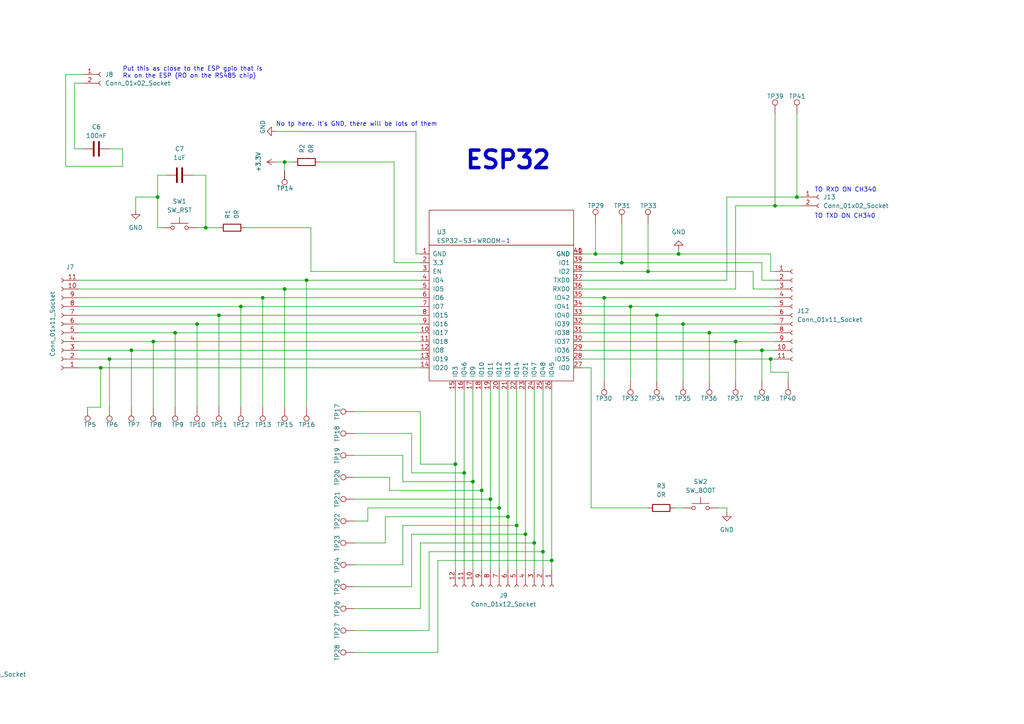
<source format=kicad_sch>
(kicad_sch (version 20230121) (generator eeschema)
  (paper "A4")
  (title_block (title "ESP32 PROTOTYPING PLAYGROUND") (date "2023-07-24") (rev "V 00.01") (company "JDS2.COM"))
  (junction (at 410.21 81.28))
  (junction (at 600.71 138.43))
  (junction (at 369.57 203.2))
  (junction (at 393.7 20.32))
  (junction (at 276.86 -59.69))
  (junction (at 518.16 5.08))
  (junction (at 160.02 162.56))
  (junction (at 243.84 -96.52))
  (junction (at -101.6 148.59))
  (junction (at 223.52 104.14))
  (junction (at 552.45 113.03))
  (junction (at 144.78 147.32))
  (junction (at 88.9 81.28))
  (junction (at 628.65 139.7))
  (junction (at 425.45 20.32))
  (junction (at 134.62 137.16))
  (junction (at 182.88 88.9))
  (junction (at -69.85 172.72))
  (junction (at -81.28 40.64))
  (junction (at 38.1 101.6))
  (junction (at 408.94 10.16))
  (junction (at 603.25 147.32))
  (junction (at 29.21 106.68))
  (junction (at 180.34 76.2))
  (junction (at 504.19 17.78))
  (junction (at -40.64 29.21))
  (junction (at 388.62 10.16))
  (junction (at 260.35 -69.85))
  (junction (at 45.72 57.15))
  (junction (at 417.83 93.98))
  (junction (at 157.48 160.02))
  (junction (at -123.19 40.64))
  (junction (at -123.19 29.21))
  (junction (at -22.86 29.21))
  (junction (at 421.64 15.24))
  (junction (at 142.24 144.78))
  (junction (at -107.95 146.05))
  (junction (at 198.12 93.98))
  (junction (at 238.76 -48.26))
  (junction (at -29.21 142.24))
  (junction (at 154.94 157.48))
  (junction (at 187.96 78.74))
  (junction (at 44.45 99.06))
  (junction (at 401.32 5.08))
  (junction (at 412.75 182.88))
  (junction (at 63.5 91.44))
  (junction (at 139.7 142.24))
  (junction (at 554.99 110.49))
  (junction (at 518.16 17.78))
  (junction (at -111.76 181.61))
  (junction (at 276.86 -67.31))
  (junction (at 410.21 93.98))
  (junction (at -88.9 53.34))
  (junction (at 560.07 105.41))
  (junction (at 69.85 88.9))
  (junction (at 82.55 83.82))
  (junction (at 152.4 154.94))
  (junction (at 172.72 73.66))
  (junction (at 196.85 73.66))
  (junction (at 415.29 12.7))
  (junction (at 190.5 91.44))
  (junction (at 274.32 -74.93))
  (junction (at 266.7 -85.09))
  (junction (at -93.98 29.21))
  (junction (at 132.08 134.62))
  (junction (at 205.74 96.52))
  (junction (at 224.79 59.69))
  (junction (at 50.8 96.52))
  (junction (at 393.7 76.2))
  (junction (at 149.86 152.4))
  (junction (at 549.91 115.57))
  (junction (at 537.21 17.78))
  (junction (at 434.34 25.4))
  (junction (at -68.58 133.35))
  (junction (at 557.53 107.95))
  (junction (at 82.55 46.99))
  (junction (at 59.69 66.04))
  (junction (at 137.16 139.7))
  (junction (at 393.7 81.28))
  (junction (at 147.32 149.86))
  (junction (at -73.66 172.72))
  (junction (at 372.11 203.2))
  (junction (at 231.14 57.15))
  (junction (at 386.08 12.7))
  (junction (at -92.71 57.15))
  (junction (at 57.15 93.98))
  (junction (at 510.54 5.08))
  (junction (at 596.9 133.35))
  (junction (at 213.36 99.06))
  (junction (at 175.26 86.36))
  (junction (at 359.41 -72.39))
  (junction (at 341.63 -125.73))
  (junction (at -43.18 29.21))
  (junction (at 76.2 86.36))
  (junction (at 495.3 -12.7))
  (junction (at 595.63 125.73))
  (junction (at 382.27 20.32))
  (junction (at -27.94 29.21))
  (junction (at -93.98 8.89))
  (junction (at 31.75 104.14))
  (junction (at -39.37 15.24))
  (junction (at 220.98 101.6))
  (junction (at 537.21 5.08))
  (junction (at 547.37 118.11))
  (junction (at -127 27.94))
  (no_connect (at 392.43 173.99))
  (no_connect (at 392.43 166.37))
  (wire (pts (xy 203.2 -156.21) (xy 233.68 -156.21)))
  (wire (pts (xy 210.82 57.15) (xy 231.14 57.15)))
  (wire (pts (xy 157.48 160.02) (xy 157.48 165.1)))
  (wire (pts (xy 336.55 10.16) (xy 328.93 10.16)))
  (wire (pts (xy 425.45 20.32) (xy 425.45 21.59)))
  (wire (pts (xy 421.64 15.24) (xy 430.53 15.24)))
  (wire (pts (xy 139.7 142.24) (xy 139.7 165.1)))
  (wire (pts (xy -55.88 156.21) (xy -46.99 156.21)))
  (wire (pts (xy -40.64 29.21) (xy -38.1 29.21)))
  (wire (pts (xy 119.38 125.73) (xy 119.38 137.16)))
  (wire (pts (xy 134.62 113.03) (xy 134.62 137.16)))
  (wire (pts (xy 553.72 144.78) (xy 557.53 144.78)))
  (wire (pts (xy 256.54 -69.85) (xy 260.35 -69.85)))
  (wire (pts (xy 223.52 107.95) (xy 223.52 104.14)))
  (wire (pts (xy -92.71 59.69) (xy -92.71 57.15)))
  (wire (pts (xy 213.36 99.06) (xy 213.36 110.49)))
  (wire (pts (xy 256.54 -82.55) (xy 266.7 -82.55)))
  (wire (pts (xy 57.15 66.04) (xy 59.69 66.04)))
  (wire (pts (xy 370.84 152.4) (xy 334.01 152.4)))
  (wire (pts (xy 92.71 46.99) (xy 114.3 46.99)))
  (wire (pts (xy 365.76 200.66) (xy 369.57 200.66)))
  (wire (pts (xy 35.56 43.18) (xy 35.56 48.26)))
  (wire (pts (xy -58.42 105.41) (xy -158.75 105.41)))
  (wire (pts (xy 628.65 139.7) (xy 628.65 138.43)))
  (wire (pts (xy 80.01 38.1) (xy 120.65 38.1)))
  (wire (pts (xy -71.12 53.34) (xy -71.12 34.29)))
  (wire (pts (xy 510.54 5.08) (xy 518.16 5.08)))
  (wire (pts (xy 111.76 149.86) (xy 111.76 157.48)))
  (wire (pts (xy 69.85 88.9) (xy 69.85 118.11)))
  (wire (pts (xy -54.61 39.37) (xy -54.61 43.18)))
  (wire (pts (xy 270.51 -67.31) (xy 276.86 -67.31)))
  (wire (pts (xy 113.03 142.24) (xy 139.7 142.24)))
  (wire (pts (xy 438.15 15.24) (xy 431.8 15.24)))
  (wire (pts (xy 454.66 161.29) (xy 454.66 134.62)))
  (wire (pts (xy 369.57 203.2) (xy 372.11 203.2)))
  (wire (pts (xy 430.53 163.83) (xy 452.12 163.83)))
  (wire (pts (xy 341.63 -125.73) (xy 356.87 -125.73)))
  (wire (pts (xy 547.37 147.32) (xy 547.37 142.24)))
  (wire (pts (xy 533.4 105.41) (xy 560.07 105.41)))
  (wire (pts (xy 452.12 163.83) (xy 452.12 137.16)))
  (wire (pts (xy 461.01 129.54) (xy 464.82 129.54)))
  (wire (pts (xy 226.06 -85.09) (xy 210.82 -85.09)))
  (wire (pts (xy 45.72 57.15) (xy 39.37 57.15)))
  (wire (pts (xy 547.37 118.11) (xy 572.77 118.11)))
  (wire (pts (xy 220.98 -110.49) (xy 233.68 -110.49)))
  (wire (pts (xy 59.69 66.04) (xy 63.5 66.04)))
  (wire (pts (xy 386.08 30.48) (xy 386.08 12.7)))
  (wire (pts (xy 377.19 10.16) (xy 388.62 10.16)))
  (wire (pts (xy 533.4 118.11) (xy 547.37 118.11)))
  (wire (pts (xy 504.19 24.13) (xy 504.19 17.78)))
  (wire (pts (xy 116.84 163.83) (xy 116.84 152.4)))
  (wire (pts (xy 384.81 171.45) (xy 384.81 212.09)))
  (wire (pts (xy 350.52 -25.4) (xy 350.52 -72.39)))
  (wire (pts (xy 256.54 -59.69) (xy 276.86 -59.69)))
  (wire (pts (xy 22.86 88.9) (xy 69.85 88.9)))
  (wire (pts (xy -31.75 151.13) (xy -29.21 151.13)))
  (wire (pts (xy 210.82 -85.09) (xy 210.82 -99.06)))
  (wire (pts (xy 486.41 -10.16) (xy 495.3 -10.16)))
  (wire (pts (xy 213.36 59.69) (xy 224.79 59.69)))
  (wire (pts (xy 365.76 203.2) (xy 369.57 203.2)))
  (wire (pts (xy 154.94 157.48) (xy 154.94 165.1)))
  (wire (pts (xy 121.92 134.62) (xy 132.08 134.62)))
  (wire (pts (xy -87.63 133.35) (xy -68.58 133.35)))
  (wire (pts (xy 132.08 134.62) (xy 132.08 165.1)))
  (wire (pts (xy 320.04 7.62) (xy 320.04 3.81)))
  (wire (pts (xy -46.99 156.21) (xy -46.99 182.88)))
  (wire (pts (xy -88.9 57.15) (xy -88.9 53.34)))
  (wire (pts (xy -81.28 153.67) (xy -87.63 153.67)))
  (wire (pts (xy 412.75 115.57) (xy 440.69 115.57)))
  (wire (pts (xy 600.71 130.81) (xy 605.79 130.81)))
  (wire (pts (xy 270.51 -64.77) (xy 270.51 -67.31)))
  (wire (pts (xy 534.67 137.16) (xy 549.91 137.16)))
  (wire (pts (xy 430.53 15.24) (xy 430.53 12.7)))
  (wire (pts (xy 45.72 50.8) (xy 45.72 57.15)))
  (wire (pts (xy 210.82 148.59) (xy 210.82 147.32)))
  (wire (pts (xy 218.44 83.82) (xy 218.44 78.74)))
  (wire (pts (xy 401.32 5.08) (xy 401.32 22.86)))
  (wire (pts (xy 256.54 -57.15) (xy 276.86 -57.15)))
  (wire (pts (xy 328.93 10.16) (xy 328.93 33.02)))
  (wire (pts (xy 231.14 33.02) (xy 231.14 57.15)))
  (wire (pts (xy 579.12 107.95) (xy 605.79 107.95)))
  (wire (pts (xy -22.86 40.64) (xy -22.86 44.45)))
  (wire (pts (xy 22.86 104.14) (xy 31.75 104.14)))
  (wire (pts (xy -55.88 153.67) (xy -45.72 153.67)))
  (wire (pts (xy 427.99 21.59) (xy 425.45 21.59)))
  (wire (pts (xy 461.01 118.11) (xy 461.01 129.54)))
  (wire (pts (xy 121.92 176.53) (xy 121.92 157.48)))
  (wire (pts (xy 274.32 -77.47) (xy 274.32 -74.93)))
  (wire (pts (xy -92.71 57.15) (xy -92.71 53.34)))
  (wire (pts (xy 336.55 15.24) (xy 336.55 40.64)))
  (wire (pts (xy 19.05 48.26) (xy 19.05 21.59)))
  (wire (pts (xy 157.48 113.03) (xy 157.48 160.02)))
  (wire (pts (xy 547.37 134.62) (xy 547.37 118.11)))
  (wire (pts (xy 377.19 151.13) (xy 377.19 170.18)))
  (wire (pts (xy 528.32 147.32) (xy 528.32 134.62)))
  (wire (pts (xy 388.62 7.62) (xy 393.7 7.62)))
  (wire (pts (xy 510.54 -12.7) (xy 510.54 5.08)))
  (wire (pts (xy 190.5 91.44) (xy 224.79 91.44)))
  (wire (pts (xy 182.88 88.9) (xy 224.79 88.9)))
  (wire (pts (xy 223.52 78.74) (xy 224.79 78.74)))
  (wire (pts (xy 102.87 151.13) (xy 106.68 151.13)))
  (wire (pts (xy 430.53 148.59) (xy 449.58 148.59)))
  (wire (pts (xy 160.02 162.56) (xy 160.02 165.1)))
  (wire (pts (xy -31.75 137.16) (xy -31.75 146.05)))
  (wire (pts (xy 577.85 142.24) (xy 579.12 142.24)))
  (wire (pts (xy 452.12 137.16) (xy 464.82 137.16)))
  (wire (pts (xy -86.36 15.24) (xy -39.37 15.24)))
  (wire (pts (xy 102.87 182.88) (xy 124.46 182.88)))
  (wire (pts (xy 154.94 113.03) (xy 154.94 157.48)))
  (wire (pts (xy 213.36 -74.93) (xy 226.06 -74.93)))
  (wire (pts (xy 377.19 12.7) (xy 386.08 12.7)))
  (wire (pts (xy 266.7 -85.09) (xy 274.32 -85.09)))
  (wire (pts (xy 102.87 144.78) (xy 142.24 144.78)))
  (wire (pts (xy 22.86 96.52) (xy 50.8 96.52)))
  (wire (pts (xy 168.91 101.6) (xy 220.98 101.6)))
  (wire (pts (xy 434.34 25.4) (xy 434.34 17.78)))
  (wire (pts (xy 582.93 147.32) (xy 582.93 140.97)))
  (wire (pts (xy -69.85 172.72) (xy -69.85 181.61)))
  (wire (pts (xy 82.55 46.99) (xy 85.09 46.99)))
  (wire (pts (xy 190.5 91.44) (xy 190.5 110.49)))
  (wire (pts (xy 628.65 139.7) (xy 628.65 146.05)))
  (wire (pts (xy 410.21 81.28) (xy 410.21 85.09)))
  (wire (pts (xy -127 8.89) (xy -127 27.94)))
  (wire (pts (xy -102.87 53.34) (xy -102.87 57.15)))
  (wire (pts (xy -44.45 160.02) (xy -31.75 160.02)))
  (wire (pts (xy 415.29 120.65) (xy 449.58 120.65)))
  (wire (pts (xy 415.29 12.7) (xy 429.26 12.7)))
  (wire (pts (xy 256.54 -67.31) (xy 260.35 -67.31)))
  (wire (pts (xy 541.02 139.7) (xy 552.45 139.7)))
  (wire (pts (xy 359.41 -72.39) (xy 359.41 -69.85)))
  (wire (pts (xy 373.38 138.43) (xy 373.38 144.78)))
  (wire (pts (xy 430.53 143.51) (xy 448.31 143.51)))
  (wire (pts (xy 381 177.8) (xy 332.74 177.8)))
  (wire (pts (xy 243.84 -96.52) (xy 238.76 -96.52)))
  (wire (pts (xy -45.72 137.16) (xy -31.75 137.16)))
  (wire (pts (xy 480.06 173.99) (xy 480.06 172.72)))
  (wire (pts (xy 224.79 33.02) (xy 224.79 59.69)))
  (wire (pts (xy 392.43 146.05) (xy 378.46 146.05)))
  (wire (pts (xy 533.4 113.03) (xy 552.45 113.03)))
  (wire (pts (xy 607.06 138.43) (xy 600.71 138.43)))
  (wire (pts (xy -49.53 187.96) (xy -11.43 187.96)))
  (wire (pts (xy 374.65 167.64) (xy 332.74 167.64)))
  (wire (pts (xy -68.58 140.97) (xy -68.58 133.35)))
  (wire (pts (xy 102.87 176.53) (xy 121.92 176.53)))
  (wire (pts (xy 471.17 173.99) (xy 480.06 173.99)))
  (wire (pts (xy 430.53 140.97) (xy 447.04 140.97)))
  (wire (pts (xy 152.4 154.94) (xy 152.4 165.1)))
  (wire (pts (xy 549.91 115.57) (xy 574.04 115.57)))
  (wire (pts (xy 279.4 -25.4) (xy 279.4 -22.86)))
  (wire (pts (xy -85.09 193.04) (xy -11.43 193.04)))
  (wire (pts (xy -140.97 38.1) (xy -140.97 40.64)))
  (wire (pts (xy 22.86 99.06) (xy 44.45 99.06)))
  (wire (pts (xy -50.8 22.86) (xy -50.8 25.4)))
  (wire (pts (xy 458.47 132.08) (xy 464.82 132.08)))
  (wire (pts (xy 415.29 123.19) (xy 415.29 120.65)))
  (wire (pts (xy 31.75 104.14) (xy 121.92 104.14)))
  (wire (pts (xy 552.45 139.7) (xy 552.45 113.03)))
  (wire (pts (xy 180.34 76.2) (xy 220.98 76.2)))
  (wire (pts (xy 392.43 171.45) (xy 384.81 171.45)))
  (wire (pts (xy 594.36 153.67) (xy 595.63 153.67)))
  (wire (pts (xy 111.76 149.86) (xy 147.32 149.86)))
  (wire (pts (xy -123.19 29.21) (xy -123.19 31.75)))
  (wire (pts (xy 38.1 101.6) (xy 38.1 118.11)))
  (wire (pts (xy 439.42 27.94) (xy 439.42 25.4)))
  (wire (pts (xy -45.72 137.16) (xy -45.72 146.05)))
  (wire (pts (xy -45.72 180.34) (xy -11.43 180.34)))
  (wire (pts (xy 579.12 105.41) (xy 579.12 107.95)))
  (wire (pts (xy 492.76 5.08) (xy 480.06 5.08)))
  (wire (pts (xy -71.12 31.75) (xy -66.04 31.75)))
  (wire (pts (xy 21.59 43.18) (xy 24.13 43.18)))
  (wire (pts (xy 486.41 -12.7) (xy 495.3 -12.7)))
  (wire (pts (xy 480.06 172.72) (xy 482.6 172.72)))
  (wire (pts (xy -54.61 39.37) (xy -43.18 39.37)))
  (wire (pts (xy 384.81 90.17) (xy 384.81 93.98)))
  (wire (pts (xy 29.21 118.11) (xy 29.21 106.68)))
  (wire (pts (xy -17.78 81.28) (xy -17.78 148.59)))
  (wire (pts (xy -68.58 118.11) (xy -68.58 133.35)))
  (wire (pts (xy -71.12 29.21) (xy -43.18 29.21)))
  (wire (pts (xy 370.84 -139.7) (xy 370.84 -81.28)))
  (wire (pts (xy 45.72 66.04) (xy 46.99 66.04)))
  (wire (pts (xy 370.84 135.89) (xy 387.35 135.89)))
  (wire (pts (xy 393.7 5.08) (xy 401.32 5.08)))
  (wire (pts (xy 198.12 93.98) (xy 224.79 93.98)))
  (wire (pts (xy 392.43 156.21) (xy 358.14 156.21)))
  (wire (pts (xy 233.68 -156.21) (xy 233.68 -110.49)))
  (wire (pts (xy -69.85 172.72) (xy -12.7 172.72)))
  (wire (pts (xy 102.87 138.43) (xy 113.03 138.43)))
  (wire (pts (xy -48.26 185.42) (xy -11.43 185.42)))
  (wire (pts (xy 579.12 125.73) (xy 589.28 125.73)))
  (wire (pts (xy 554.99 142.24) (xy 554.99 110.49)))
  (wire (pts (xy 425.45 93.98) (xy 417.83 93.98)))
  (wire (pts (xy -39.37 11.43) (xy -39.37 15.24)))
  (wire (pts (xy 410.21 118.11) (xy 461.01 118.11)))
  (wire (pts (xy 421.64 15.24) (xy 421.64 22.86)))
  (wire (pts (xy 370.84 -81.28) (xy 360.68 -81.28)))
  (wire (pts (xy 377.19 22.86) (xy 382.27 22.86)))
  (wire (pts (xy 552.45 113.03) (xy 575.31 113.03)))
  (wire (pts (xy 427.99 7.62) (xy 438.15 7.62)))
  (wire (pts (xy 205.74 96.52) (xy 205.74 110.49)))
  (wire (pts (xy 412.75 182.88) (xy 412.75 181.61)))
  (wire (pts (xy 600.71 138.43) (xy 600.71 130.81)))
  (wire (pts (xy 328.93 33.02) (xy 388.62 33.02)))
  (wire (pts (xy 449.58 148.59) (xy 449.58 170.18)))
  (wire (pts (xy 417.83 95.25) (xy 417.83 93.98)))
  (wire (pts (xy 537.21 17.78) (xy 518.16 17.78)))
  (wire (pts (xy 392.43 138.43) (xy 373.38 138.43)))
  (wire (pts (xy 55.88 50.8) (xy 59.69 50.8)))
  (wire (pts (xy 377.19 20.32) (xy 382.27 20.32)))
  (wire (pts (xy -111.76 181.61) (xy -69.85 181.61)))
  (wire (pts (xy 381 148.59) (xy 381 177.8)))
  (wire (pts (xy -76.2 166.37) (xy -76.2 172.72)))
  (wire (pts (xy 434.34 40.64) (xy 434.34 25.4)))
  (wire (pts (xy -127 8.89) (xy -93.98 8.89)))
  (wire (pts (xy -110.49 170.18) (xy -110.49 179.07)))
  (wire (pts (xy 349.25 121.92) (xy 349.25 172.72)))
  (wire (pts (xy -22.86 29.21) (xy -19.05 29.21)))
  (wire (pts (xy 528.32 134.62) (xy 547.37 134.62)))
  (wire (pts (xy -127 29.21) (xy -123.19 29.21)))
  (wire (pts (xy 603.25 133.35) (xy 603.25 147.32)))
  (wire (pts (xy -22.86 33.02) (xy -22.86 29.21)))
  (wire (pts (xy 121.92 157.48) (xy 154.94 157.48)))
  (wire (pts (xy 168.91 99.06) (xy 213.36 99.06)))
  (wire (pts (xy 196.85 72.39) (xy 196.85 73.66)))
  (wire (pts (xy 331.47 12.7) (xy 331.47 30.48)))
  (wire (pts (xy 24.13 24.13) (xy 21.59 24.13)))
  (wire (pts (xy 172.72 73.66) (xy 168.91 73.66)))
  (wire (pts (xy 88.9 81.28) (xy 121.92 81.28)))
  (wire (pts (xy -27.94 53.34) (xy -27.94 29.21)))
  (wire (pts (xy -140.97 27.94) (xy -127 27.94)))
  (wire (pts (xy 168.91 88.9) (xy 182.88 88.9)))
  (wire (pts (xy 243.84 -48.26) (xy 238.76 -48.26)))
  (wire (pts (xy 458.47 212.09) (xy 458.47 132.08)))
  (wire (pts (xy 384.81 212.09) (xy 458.47 212.09)))
  (wire (pts (xy 537.21 17.78) (xy 537.21 15.24)))
  (wire (pts (xy 213.36 -153.67) (xy 213.36 -74.93)))
  (wire (pts (xy 596.9 153.67) (xy 596.9 133.35)))
  (wire (pts (xy 149.86 113.03) (xy 149.86 152.4)))
  (wire (pts (xy 350.52 -72.39) (xy 359.41 -72.39)))
  (wire (pts (xy -27.94 29.21) (xy -30.48 29.21)))
  (wire (pts (xy 196.85 73.66) (xy 172.72 73.66)))
  (wire (pts (xy 448.31 143.51) (xy 448.31 172.72)))
  (wire (pts (xy 574.04 115.57) (xy 574.04 118.11)))
  (wire (pts (xy 113.03 138.43) (xy 113.03 142.24)))
  (wire (pts (xy -87.63 153.67) (xy -87.63 190.5)))
  (wire (pts (xy -44.45 160.02) (xy -44.45 151.13)))
  (wire (pts (xy -45.72 153.67) (xy -45.72 180.34)))
  (wire (pts (xy -123.19 29.21) (xy -93.98 29.21)))
  (wire (pts (xy 372.11 198.12) (xy 372.11 203.2)))
  (wire (pts (xy 48.26 50.8) (xy 45.72 50.8)))
  (wire (pts (xy 377.19 15.24) (xy 421.64 15.24)))
  (wire (pts (xy 284.48 -85.09) (xy 284.48 -74.93)))
  (wire (pts (xy -140.97 40.64) (xy -123.19 40.64)))
  (wire (pts (xy 377.19 7.62) (xy 381 7.62)))
  (wire (pts (xy 425.45 81.28) (xy 425.45 83.82)))
  (wire (pts (xy -81.28 40.64) (xy -81.28 43.18)))
  (wire (pts (xy 450.85 146.05) (xy 450.85 167.64)))
  (wire (pts (xy 22.86 101.6) (xy 38.1 101.6)))
  (wire (pts (xy -107.95 146.05) (xy -107.95 152.4)))
  (wire (pts (xy 44.45 99.06) (xy 121.92 99.06)))
  (wire (pts (xy 537.21 5.08) (xy 551.18 5.08)))
  (wire (pts (xy 480.06 5.08) (xy 480.06 7.62)))
  (wire (pts (xy 243.84 -96.52) (xy 243.84 -125.73)))
  (wire (pts (xy 577.85 147.32) (xy 582.93 147.32)))
  (wire (pts (xy 449.58 170.18) (xy 482.6 170.18)))
  (wire (pts (xy 127 189.23) (xy 127 162.56)))
  (wire (pts (xy 139.7 113.03) (xy 139.7 142.24)))
  (wire (pts (xy 600.71 158.75) (xy 600.71 153.67)))
  (wire (pts (xy 427.99 7.62) (xy 427.99 10.16)))
  (wire (pts (xy 168.91 96.52) (xy 205.74 96.52)))
  (wire (pts (xy -88.9 57.15) (xy -87.63 57.15)))
  (wire (pts (xy 574.04 118.11) (xy 605.79 118.11)))
  (wire (pts (xy 577.85 107.95) (xy 577.85 110.49)))
  (wire (pts (xy 69.85 88.9) (xy 121.92 88.9)))
  (wire (pts (xy 427.99 22.86) (xy 427.99 21.59)))
  (wire (pts (xy 393.7 5.08) (xy 393.7 2.54)))
  (wire (pts (xy -87.63 151.13) (xy -81.28 151.13)))
  (wire (pts (xy 533.4 110.49) (xy 554.99 110.49)))
  (wire (pts (xy 182.88 110.49) (xy 182.88 88.9)))
  (wire (pts (xy 533.4 107.95) (xy 557.53 107.95)))
  (wire (pts (xy 22.86 83.82) (xy 82.55 83.82)))
  (wire (pts (xy 393.7 76.2) (xy 393.7 81.28)))
  (wire (pts (xy 228.6 107.95) (xy 223.52 107.95)))
  (wire (pts (xy 537.21 5.08) (xy 537.21 7.62)))
  (wire (pts (xy 434.34 17.78) (xy 438.15 17.78)))
  (wire (pts (xy 378.46 175.26) (xy 332.74 175.26)))
  (wire (pts (xy 243.84 -52.07) (xy 243.84 -48.26)))
  (wire (pts (xy -43.18 29.21) (xy -40.64 29.21)))
  (wire (pts (xy 392.43 148.59) (xy 381 148.59)))
  (wire (pts (xy 382.27 20.32) (xy 393.7 20.32)))
  (wire (pts (xy 119.38 154.94) (xy 152.4 154.94)))
  (wire (pts (xy 203.2 -158.75) (xy 231.14 -158.75)))
  (wire (pts (xy 76.2 86.36) (xy 121.92 86.36)))
  (wire (pts (xy 147.32 149.86) (xy 147.32 165.1)))
  (wire (pts (xy 365.76 163.83) (xy 365.76 149.86)))
  (wire (pts (xy 189.23 -77.47) (xy 189.23 -91.44)))
  (wire (pts (xy 260.35 -69.85) (xy 260.35 -67.31)))
  (wire (pts (xy -66.04 43.18) (xy -66.04 31.75)))
  (wire (pts (xy 106.68 151.13) (xy 106.68 147.32)))
  (wire (pts (xy 114.3 46.99) (xy 114.3 76.2)))
  (wire (pts (xy 560.07 105.41) (xy 560.07 147.32)))
  (wire (pts (xy 281.94 -85.09) (xy 284.48 -85.09)))
  (wire (pts (xy 341.63 -139.7) (xy 370.84 -139.7)))
  (wire (pts (xy 553.72 147.32) (xy 553.72 144.78)))
  (wire (pts (xy -31.75 146.05) (xy -19.05 146.05)))
  (wire (pts (xy 147.32 113.03) (xy 147.32 149.86)))
  (wire (pts (xy 50.8 118.11) (xy 50.8 96.52)))
  (wire (pts (xy 600.71 153.67) (xy 596.9 153.67)))
  (wire (pts (xy 579.12 142.24) (xy 579.12 125.73)))
  (wire (pts (xy 223.52 -107.95) (xy 231.14 -107.95)))
  (wire (pts (xy 276.86 -57.15) (xy 276.86 -59.69)))
  (wire (pts (xy -123.19 40.64) (xy -123.19 41.91)))
  (wire (pts (xy 349.25 172.72) (xy 332.74 172.72)))
  (wire (pts (xy 116.84 132.08) (xy 116.84 139.7)))
  (wire (pts (xy 19.05 21.59) (xy 24.13 21.59)))
  (wire (pts (xy 168.91 104.14) (xy 223.52 104.14)))
  (wire (pts (xy 82.55 46.99) (xy 82.55 49.53)))
  (wire (pts (xy 440.69 177.8) (xy 482.6 177.8)))
  (wire (pts (xy -73.66 166.37) (xy -73.66 172.72)))
  (wire (pts (xy 111.76 157.48) (xy 102.87 157.48)))
  (wire (pts (xy 434.34 25.4) (xy 439.42 25.4)))
  (wire (pts (xy 407.67 121.92) (xy 349.25 121.92)))
  (wire (pts (xy 137.16 139.7) (xy 137.16 165.1)))
  (wire (pts (xy 31.75 104.14) (xy 31.75 118.11)))
  (wire (pts (xy 102.87 119.38) (xy 121.92 119.38)))
  (wire (pts (xy 495.3 -12.7) (xy 510.54 -12.7)))
  (wire (pts (xy 551.18 15.24) (xy 551.18 17.78)))
  (wire (pts (xy 557.53 144.78) (xy 557.53 107.95)))
  (wire (pts (xy -107.95 146.05) (xy -81.28 146.05)))
  (wire (pts (xy 144.78 113.03) (xy 144.78 147.32)))
  (wire (pts (xy -43.18 39.37) (xy -43.18 36.83)))
  (wire (pts (xy 31.75 43.18) (xy 35.56 43.18)))
  (wire (pts (xy 290.83 -67.31) (xy 276.86 -67.31)))
  (wire (pts (xy 370.84 142.24) (xy 370.84 135.89)))
  (wire (pts (xy 392.43 158.75) (xy 370.84 158.75)))
  (wire (pts (xy 331.47 30.48) (xy 386.08 30.48)))
  (wire (pts (xy 121.92 119.38) (xy 121.92 134.62)))
  (wire (pts (xy -111.76 181.61) (xy -111.76 184.15)))
  (wire (pts (xy 22.86 93.98) (xy 57.15 93.98)))
  (wire (pts (xy 171.45 147.32) (xy 171.45 106.68)))
  (wire (pts (xy 447.04 175.26) (xy 471.17 175.26)))
  (wire (pts (xy 180.34 64.77) (xy 180.34 76.2)))
  (wire (pts (xy -58.42 127) (xy -60.96 127)))
  (wire (pts (xy 360.68 -81.28) (xy 360.68 -74.93)))
  (wire (pts (xy -93.98 8.89) (xy -81.28 8.89)))
  (wire (pts (xy 370.84 158.75) (xy 370.84 152.4)))
  (wire (pts (xy 473.71 172.72) (xy 473.71 175.26)))
  (wire (pts (xy 102.87 132.08) (xy 116.84 132.08)))
  (wire (pts (xy 238.76 -22.86) (xy 279.4 -22.86)))
  (wire (pts (xy -58.42 105.41) (xy -58.42 127)))
  (wire (pts (xy 45.72 66.04) (xy 45.72 57.15)))
  (wire (pts (xy 605.79 128.27) (xy 596.9 128.27)))
  (wire (pts (xy 594.36 125.73) (xy 595.63 125.73)))
  (wire (pts (xy 594.36 140.97) (xy 600.71 140.97)))
  (wire (pts (xy 223.52 73.66) (xy 196.85 73.66)))
  (wire (pts (xy 393.7 20.32) (xy 425.45 20.32)))
  (wire (pts (xy 80.01 46.99) (xy 82.55 46.99)))
  (wire (pts (xy 152.4 113.03) (xy 152.4 154.94)))
  (wire (pts (xy 57.15 93.98) (xy 57.15 118.11)))
  (wire (pts (xy -87.63 59.69) (xy -92.71 59.69)))
  (wire (pts (xy 243.84 -90.17) (xy 243.84 -96.52)))
  (wire (pts (xy 82.55 83.82) (xy 82.55 118.11)))
  (wire (pts (xy 518.16 17.78) (xy 518.16 15.24)))
  (wire (pts (xy 223.52 -107.95) (xy 223.52 -82.55)))
  (wire (pts (xy 274.32 -74.93) (xy 284.48 -74.93)))
  (wire (pts (xy -87.63 133.35) (xy -87.63 151.13)))
  (wire (pts (xy 290.83 -67.31) (xy 290.83 -62.23)))
  (wire (pts (xy 223.52 -82.55) (xy 226.06 -82.55)))
  (wire (pts (xy 431.8 15.24) (xy 431.8 17.78)))
  (wire (pts (xy 467.36 165.1) (xy 482.6 165.1)))
  (wire (pts (xy 295.91 -69.85) (xy 295.91 -67.31)))
  (wire (pts (xy -85.09 156.21) (xy -85.09 193.04)))
  (wire (pts (xy -46.99 182.88) (xy -11.43 182.88)))
  (wire (pts (xy 231.14 -158.75) (xy 231.14 -107.95)))
  (wire (pts (xy 533.4 115.57) (xy 549.91 115.57)))
  (wire (pts (xy 554.99 110.49) (xy 576.58 110.49)))
  (wire (pts (xy 328.93 7.62) (xy 336.55 7.62)))
  (wire (pts (xy -50.8 83.82) (xy -19.05 83.82)))
  (wire (pts (xy 168.91 93.98) (xy 198.12 93.98)))
  (wire (pts (xy 175.26 86.36) (xy 175.26 110.49)))
  (wire (pts (xy 195.58 147.32) (xy 198.12 147.32)))
  (wire (pts (xy 410.21 123.19) (xy 410.21 118.11)))
  (wire (pts (xy 572.77 120.65) (xy 605.79 120.65)))
  (wire (pts (xy 449.58 139.7) (xy 464.82 139.7)))
  (wire (pts (xy -29.21 142.24) (xy -29.21 118.11)))
  (wire (pts (xy -110.49 179.07) (xy -116.84 179.07)))
  (wire (pts (xy 63.5 91.44) (xy 121.92 91.44)))
  (wire (pts (xy 243.84 -125.73) (xy 341.63 -125.73)))
  (wire (pts (xy 402.59 182.88) (xy 412.75 182.88)))
  (wire (pts (xy 218.44 78.74) (xy 187.96 78.74)))
  (wire (pts (xy 295.91 -67.31) (xy 302.26 -67.31)))
  (wire (pts (xy -39.37 15.24) (xy -19.05 15.24)))
  (wire (pts (xy -48.26 158.75) (xy -48.26 185.42)))
  (wire (pts (xy 393.7 81.28) (xy 410.21 81.28)))
  (wire (pts (xy 577.85 144.78) (xy 580.39 144.78)))
  (wire (pts (xy -93.98 34.29) (xy -93.98 29.21)))
  (wire (pts (xy -50.8 25.4) (xy -40.64 25.4)))
  (wire (pts (xy 224.79 59.69) (xy 232.41 59.69)))
  (wire (pts (xy -81.28 39.37) (xy -81.28 40.64)))
  (wire (pts (xy 480.06 17.78) (xy 480.06 15.24)))
  (wire (pts (xy 386.08 12.7) (xy 415.29 12.7)))
  (wire (pts (xy 238.76 -90.17) (xy 238.76 -96.52)))
  (wire (pts (xy 471.17 175.26) (xy 471.17 173.99)))
  (wire (pts (xy 218.44 83.82) (xy 224.79 83.82)))
  (wire (pts (xy 25.4 118.11) (xy 29.21 118.11)))
  (wire (pts (xy 149.86 152.4) (xy 149.86 165.1)))
  (wire (pts (xy 430.53 156.21) (xy 467.36 156.21)))
  (wire (pts (xy 384.81 81.28) (xy 393.7 81.28)))
  (wire (pts (xy -140.97 30.48) (xy -140.97 27.94)))
  (wire (pts (xy 63.5 91.44) (xy 63.5 118.11)))
  (wire (pts (xy -81.28 156.21) (xy -85.09 156.21)))
  (wire (pts (xy 447.04 140.97) (xy 447.04 175.26)))
  (wire (pts (xy 336.55 12.7) (xy 331.47 12.7)))
  (wire (pts (xy 401.32 5.08) (xy 438.15 5.08)))
  (wire (pts (xy 102.87 163.83) (xy 116.84 163.83)))
  (wire (pts (xy 440.69 115.57) (xy 440.69 177.8)))
  (wire (pts (xy 382.27 20.32) (xy 382.27 22.86)))
  (wire (pts (xy 172.72 64.77) (xy 172.72 73.66)))
  (wire (pts (xy 473.71 175.26) (xy 482.6 175.26)))
  (wire (pts (xy 541.02 147.32) (xy 541.02 139.7)))
  (wire (pts (xy -55.88 158.75) (xy -48.26 158.75)))
  (wire (pts (xy -101.6 148.59) (xy -81.28 148.59)))
  (wire (pts (xy 22.86 106.68) (xy 29.21 106.68)))
  (wire (pts (xy -12.7 151.13) (xy -12.7 142.24)))
  (wire (pts (xy 168.91 86.36) (xy 175.26 86.36)))
  (wire (pts (xy 220.98 -80.01) (xy 226.06 -80.01)))
  (wire (pts (xy -101.6 148.59) (xy -101.6 152.4)))
  (wire (pts (xy -86.36 15.24) (xy -86.36 11.43)))
  (wire (pts (xy 547.37 142.24) (xy 554.99 142.24)))
  (wire (pts (xy 518.16 5.08) (xy 518.16 7.62)))
  (wire (pts (xy 575.31 113.03) (xy 575.31 115.57)))
  (wire (pts (xy 410.21 90.17) (xy 410.21 93.98)))
  (wire (pts (xy 430.53 146.05) (xy 450.85 146.05)))
  (wire (pts (xy -93.98 -1.27) (xy -93.98 8.89)))
  (wire (pts (xy -116.84 181.61) (xy -111.76 181.61)))
  (wire (pts (xy 534.67 147.32) (xy 534.67 137.16)))
  (wire (pts (xy 613.41 147.32) (xy 603.25 147.32)))
  (wire (pts (xy 134.62 137.16) (xy 134.62 165.1)))
  (wire (pts (xy 365.76 149.86) (xy 334.01 149.86)))
  (wire (pts (xy 171.45 147.32) (xy 187.96 147.32)))
  (wire (pts (xy 402.59 203.2) (xy 402.59 182.88)))
  (wire (pts (xy 266.7 -82.55) (xy 266.7 -85.09)))
  (wire (pts (xy 480.06 17.78) (xy 504.19 17.78)))
  (wire (pts (xy 392.43 151.13) (xy 377.19 151.13)))
  (wire (pts (xy 106.68 147.32) (xy 144.78 147.32)))
  (wire (pts (xy 384.81 81.28) (xy 384.81 85.09)))
  (wire (pts (xy 425.45 91.44) (xy 425.45 93.98)))
  (wire (pts (xy 210.82 147.32) (xy 208.28 147.32)))
  (wire (pts (xy 276.86 -59.69) (xy 302.26 -59.69)))
  (wire (pts (xy 90.17 66.04) (xy 90.17 78.74)))
  (wire (pts (xy 596.9 128.27) (xy 596.9 133.35)))
  (wire (pts (xy 429.26 10.16) (xy 429.26 12.7)))
  (wire (pts (xy 560.07 105.41) (xy 579.12 105.41)))
  (wire (pts (xy 388.62 33.02) (xy 388.62 10.16)))
  (wire (pts (xy 372.11 203.2) (xy 402.59 203.2)))
  (wire (pts (xy 497.84 5.08) (xy 510.54 5.08)))
  (wire (pts (xy 449.58 120.65) (xy 449.58 139.7)))
  (wire (pts (xy 495.3 -10.16) (xy 495.3 -12.7)))
  (wire (pts (xy 137.16 113.03) (xy 137.16 139.7)))
  (wire (pts (xy 168.91 83.82) (xy 213.36 83.82)))
  (wire (pts (xy 22.86 91.44) (xy 63.5 91.44)))
  (wire (pts (xy 102.87 170.18) (xy 119.38 170.18)))
  (wire (pts (xy -123.19 39.37) (xy -123.19 40.64)))
  (wire (pts (xy -29.21 142.24) (xy -12.7 142.24)))
  (wire (pts (xy 572.77 118.11) (xy 572.77 120.65)))
  (wire (pts (xy -93.98 34.29) (xy -91.44 34.29)))
  (wire (pts (xy 374.65 153.67) (xy 374.65 167.64)))
  (wire (pts (xy 408.94 10.16) (xy 408.94 22.86)))
  (wire (pts (xy 408.94 10.16) (xy 427.99 10.16)))
  (wire (pts (xy 144.78 147.32) (xy 144.78 165.1)))
  (wire (pts (xy 430.53 161.29) (xy 454.66 161.29)))
  (wire (pts (xy 365.76 198.12) (xy 372.11 198.12)))
  (wire (pts (xy 412.75 184.15) (xy 412.75 182.88)))
  (wire (pts (xy 387.35 140.97) (xy 392.43 140.97)))
  (wire (pts (xy 124.46 182.88) (xy 124.46 160.02)))
  (wire (pts (xy 410.21 81.28) (xy 425.45 81.28)))
  (wire (pts (xy 160.02 113.03) (xy 160.02 162.56)))
  (wire (pts (xy 594.36 158.75) (xy 594.36 153.67)))
  (wire (pts (xy 576.58 110.49) (xy 576.58 113.03)))
  (wire (pts (xy 198.12 93.98) (xy 198.12 110.49)))
  (wire (pts (xy 334.01 142.24) (xy 370.84 142.24)))
  (wire (pts (xy 142.24 144.78) (xy 142.24 165.1)))
  (wire (pts (xy 59.69 50.8) (xy 59.69 66.04)))
  (wire (pts (xy -158.75 170.18) (xy -110.49 170.18)))
  (wire (pts (xy -55.88 161.29) (xy -49.53 161.29)))
  (wire (pts (xy 57.15 93.98) (xy 121.92 93.98)))
  (wire (pts (xy 189.23 -91.44) (xy 195.58 -91.44)))
  (wire (pts (xy -76.2 172.72) (xy -73.66 172.72)))
  (wire (pts (xy 210.82 81.28) (xy 210.82 57.15)))
  (wire (pts (xy 557.53 107.95) (xy 577.85 107.95)))
  (wire (pts (xy -86.36 11.43) (xy -81.28 11.43)))
  (wire (pts (xy 102.87 189.23) (xy 127 189.23)))
  (wire (pts (xy 450.85 167.64) (xy 482.6 167.64)))
  (wire (pts (xy 652.78 130.81) (xy 652.78 139.7)))
  (wire (pts (xy 551.18 7.62) (xy 551.18 5.08)))
  (wire (pts (xy 203.2 -153.67) (xy 213.36 -153.67)))
  (wire (pts (xy 393.7 2.54) (xy 377.19 2.54)))
  (wire (pts (xy 29.21 106.68) (xy 121.92 106.68)))
  (wire (pts (xy 187.96 64.77) (xy 187.96 78.74)))
  (wire (pts (xy 356.87 -114.3) (xy 356.87 -109.22)))
  (wire (pts (xy -12.7 158.75) (xy -12.7 172.72)))
  (wire (pts (xy 577.85 110.49) (xy 605.79 110.49)))
  (wire (pts (xy 116.84 152.4) (xy 149.86 152.4)))
  (wire (pts (xy 256.54 -74.93) (xy 274.32 -74.93)))
  (wire (pts (xy -60.96 127) (xy -60.96 135.89)))
  (wire (pts (xy -31.75 160.02) (xy -31.75 151.13)))
  (wire (pts (xy 358.14 165.1) (xy 332.74 165.1)))
  (wire (pts (xy -102.87 57.15) (xy -92.71 57.15)))
  (wire (pts (xy -68.58 118.11) (xy -29.21 118.11)))
  (wire (pts (xy 256.54 -64.77) (xy 270.51 -64.77)))
  (wire (pts (xy 44.45 99.06) (xy 44.45 118.11)))
  (wire (pts (xy 71.12 66.04) (xy 90.17 66.04)))
  (wire (pts (xy 127 162.56) (xy 160.02 162.56)))
  (wire (pts (xy -116.84 148.59) (xy -101.6 148.59)))
  (wire (pts (xy 220.98 101.6) (xy 224.79 101.6)))
  (wire (pts (xy 238.76 -52.07) (xy 238.76 -48.26)))
  (wire (pts (xy -93.98 29.21) (xy -91.44 29.21)))
  (wire (pts (xy 336.55 40.64) (xy 434.34 40.64)))
  (wire (pts (xy 549.91 137.16) (xy 549.91 115.57)))
  (wire (pts (xy 392.43 163.83) (xy 365.76 163.83)))
  (wire (pts (xy 82.55 83.82) (xy 121.92 83.82)))
  (wire (pts (xy 613.41 158.75) (xy 613.41 147.32)))
  (wire (pts (xy -19.05 15.24) (xy -19.05 29.21)))
  (wire (pts (xy 575.31 115.57) (xy 605.79 115.57)))
  (wire (pts (xy -49.53 161.29) (xy -49.53 187.96)))
  (wire (pts (xy 407.67 121.92) (xy 407.67 123.19)))
  (wire (pts (xy 195.58 -91.44) (xy 195.58 -96.52)))
  (wire (pts (xy 388.62 10.16) (xy 408.94 10.16)))
  (wire (pts (xy 256.54 -77.47) (xy 274.32 -77.47)))
  (wire (pts (xy 121.92 78.74) (xy 90.17 78.74)))
  (wire (pts (xy 189.23 -77.47) (xy 226.06 -77.47)))
  (wire (pts (xy 358.14 156.21) (xy 358.14 165.1)))
  (wire (pts (xy 382.27 76.2) (xy 393.7 76.2)))
  (wire (pts (xy 393.7 22.86) (xy 393.7 20.32)))
  (wire (pts (xy 454.66 134.62) (xy 464.82 134.62)))
  (wire (pts (xy 171.45 106.68) (xy 168.91 106.68)))
  (wire (pts (xy 356.87 -121.92) (xy 356.87 -125.73)))
  (wire (pts (xy 168.91 76.2) (xy 180.34 76.2)))
  (wire (pts (xy 378.46 146.05) (xy 378.46 175.26)))
  (wire (pts (xy -69.85 172.72) (xy -73.66 172.72)))
  (wire (pts (xy 88.9 81.28) (xy 88.9 118.11)))
  (wire (pts (xy 116.84 139.7) (xy 137.16 139.7)))
  (wire (pts (xy 279.4 -25.4) (xy 350.52 -25.4)))
  (wire (pts (xy -66.04 140.97) (xy -66.04 135.89)))
  (wire (pts (xy 467.36 156.21) (xy 467.36 165.1)))
  (wire (pts (xy 168.91 91.44) (xy 190.5 91.44)))
  (wire (pts (xy 415.29 12.7) (xy 415.29 22.86)))
  (wire (pts (xy -71.12 53.34) (xy -27.94 53.34)))
  (wire (pts (xy 320.04 7.62) (xy 321.31 7.62)))
  (wire (pts (xy -55.88 146.05) (xy -45.72 146.05)))
  (wire (pts (xy 168.91 81.28) (xy 210.82 81.28)))
  (wire (pts (xy 600.71 140.97) (xy 600.71 138.43)))
  (wire (pts (xy 393.7 73.66) (xy 393.7 76.2)))
  (wire (pts (xy 238.76 -48.26) (xy 238.76 -22.86)))
  (wire (pts (xy -158.75 105.41) (xy -158.75 170.18)))
  (wire (pts (xy 119.38 137.16) (xy 134.62 137.16)))
  (wire (pts (xy 412.75 123.19) (xy 412.75 115.57)))
  (wire (pts (xy 119.38 170.18) (xy 119.38 154.94)))
  (wire (pts (xy 360.68 -74.93) (xy 364.49 -74.93)))
  (wire (pts (xy 132.08 113.03) (xy 132.08 134.62)))
  (wire (pts (xy 22.86 81.28) (xy 88.9 81.28)))
  (wire (pts (xy 582.93 140.97) (xy 589.28 140.97)))
  (wire (pts (xy -27.94 29.21) (xy -22.86 29.21)))
  (wire (pts (xy -29.21 151.13) (xy -29.21 142.24)))
  (wire (pts (xy 577.85 149.86) (xy 603.25 149.86)))
  (wire (pts (xy -55.88 151.13) (xy -44.45 151.13)))
  (wire (pts (xy 220.98 81.28) (xy 224.79 81.28)))
  (wire (pts (xy 223.52 78.74) (xy 223.52 73.66)))
  (wire (pts (xy 359.41 -72.39) (xy 364.49 -72.39)))
  (wire (pts (xy 652.78 139.7) (xy 628.65 139.7)))
  (wire (pts (xy 341.63 -139.7) (xy 341.63 -125.73)))
  (wire (pts (xy -19.05 83.82) (xy -19.05 146.05)))
  (wire (pts (xy 35.56 48.26) (xy 19.05 48.26)))
  (wire (pts (xy 430.53 12.7) (xy 438.15 12.7)))
  (wire (pts (xy 392.43 153.67) (xy 374.65 153.67)))
  (wire (pts (xy -66.04 135.89) (xy -60.96 135.89)))
  (wire (pts (xy 213.36 59.69) (xy 213.36 83.82)))
  (wire (pts (xy 374.65 143.51) (xy 374.65 147.32)))
  (wire (pts (xy 607.06 158.75) (xy 607.06 138.43)))
  (wire (pts (xy -127 27.94) (xy -127 29.21)))
  (wire (pts (xy 114.3 76.2) (xy 121.92 76.2)))
  (wire (pts (xy 595.63 125.73) (xy 605.79 125.73)))
  (wire (pts (xy 595.63 153.67) (xy 595.63 125.73)))
  (wire (pts (xy 256.54 -85.09) (xy 266.7 -85.09)))
  (wire (pts (xy 220.98 -110.49) (xy 220.98 -80.01)))
  (wire (pts (xy 537.21 5.08) (xy 518.16 5.08)))
  (wire (pts (xy 384.81 93.98) (xy 410.21 93.98)))
  (wire (pts (xy 605.79 133.35) (xy 603.25 133.35)))
  (wire (pts (xy 22.86 86.36) (xy 76.2 86.36)))
  (wire (pts (xy 377.19 170.18) (xy 332.74 170.18)))
  (wire (pts (xy 260.35 -69.85) (xy 295.91 -69.85)))
  (wire (pts (xy 369.57 200.66) (xy 369.57 203.2)))
  (wire (pts (xy 580.39 133.35) (xy 596.9 133.35)))
  (wire (pts (xy 652.78 130.81) (xy 651.51 130.81)))
  (wire (pts (xy 50.8 96.52) (xy 121.92 96.52)))
  (wire (pts (xy 425.45 17.78) (xy 425.45 20.32)))
  (wire (pts (xy -88.9 53.34) (xy -88.9 40.64)))
  (wire (pts (xy -66.04 43.18) (xy -54.61 43.18)))
  (wire (pts (xy 232.41 57.15) (xy 231.14 57.15)))
  (wire (pts (xy 220.98 81.28) (xy 220.98 76.2)))
  (wire (pts (xy 120.65 73.66) (xy 121.92 73.66)))
  (wire (pts (xy 551.18 17.78) (xy 537.21 17.78)))
  (wire (pts (xy 21.59 24.13) (xy 21.59 43.18)))
  (wire (pts (xy 382.27 73.66) (xy 393.7 73.66)))
  (wire (pts (xy 205.74 96.52) (xy 224.79 96.52)))
  (wire (pts (xy 175.26 86.36) (xy 224.79 86.36)))
  (wire (pts (xy 580.39 144.78) (xy 580.39 133.35)))
  (wire (pts (xy 38.1 101.6) (xy 121.92 101.6)))
  (wire (pts (xy 76.2 86.36) (xy 76.2 118.11)))
  (wire (pts (xy 228.6 107.95) (xy 228.6 110.49)))
  (wire (pts (xy 120.65 38.1) (xy 120.65 73.66)))
  (wire (pts (xy 223.52 104.14) (xy 224.79 104.14)))
  (wire (pts (xy -92.71 53.34) (xy -88.9 53.34)))
  (wire (pts (xy -116.84 146.05) (xy -107.95 146.05)))
  (wire (pts (xy -87.63 190.5) (xy -11.43 190.5)))
  (wire (pts (xy 576.58 113.03) (xy 605.79 113.03)))
  (wire (pts (xy -40.64 25.4) (xy -40.64 29.21)))
  (wire (pts (xy 213.36 99.06) (xy 224.79 99.06)))
  (wire (pts (xy 142.24 113.03) (xy 142.24 144.78)))
  (wire (pts (xy -88.9 40.64) (xy -81.28 40.64)))
  (wire (pts (xy 373.38 144.78) (xy 334.01 144.78)))
  (wire (pts (xy 429.26 10.16) (xy 438.15 10.16)))
  (wire (pts (xy -50.8 81.28) (xy -17.78 81.28)))
  (wire (pts (xy -55.88 148.59) (xy -17.78 148.59)))
  (wire (pts (xy 448.31 172.72) (xy 473.71 172.72)))
  (wire (pts (xy 504.19 17.78) (xy 518.16 17.78)))
  (wire (pts (xy 168.91 78.74) (xy 187.96 78.74)))
  (wire (pts (xy 603.25 147.32) (xy 603.25 149.86)))
  (wire (pts (xy 387.35 135.89) (xy 387.35 140.97)))
  (wire (pts (xy 220.98 101.6) (xy 220.98 110.49)))
  (wire (pts (xy 374.65 147.32) (xy 334.01 147.32)))
  (wire (pts (xy 102.87 125.73) (xy 119.38 125.73)))
  (wire (pts (xy 302.26 -62.23) (xy 290.83 -62.23)))
  (wire (pts (xy 39.37 57.15) (xy 39.37 60.96)))
  (wire (pts (xy 124.46 160.02) (xy 157.48 160.02)))
  (wire (pts (xy 195.58 -99.06) (xy 210.82 -99.06)))
  (wire (pts (xy 410.21 93.98) (xy 417.83 93.98)))
  (wire (pts (xy 392.43 143.51) (xy 374.65 143.51)))
  (wire (pts (xy 425.45 17.78) (xy 431.8 17.78)))
  (text "GND" (at -124.46 185.42 0) (effects (font (size 1.27 1.27)) (justify left bottom)))
  (text "ETHERNET BREAKOUT" (at 373.38 111.76 0) (effects (font (size 5.08 5.08) (thickness 1.016) bold) (justify left bottom)))
  (text "ETHERNET BREAKOUT POWER FILTERING" (at 400.05 78.74 0) (effects (font (size 5.08 5.08) (thickness 1.016) bold) (justify left bottom)))
  (text "5v0\n" (at 478.79 -13.97 0) (effects (font (size 1.27 1.27)) (justify left bottom)))
  (text "3v3" (at -124.46 177.8 0) (effects (font (size 1.27 1.27)) (justify left bottom)))
  (text "USB BREAKOUT POWER FILTERING" (at 445.77 -25.4 0) (effects (font (size 5.08 5.08) (thickness 1.016) bold) (justify left bottom)))
  (text "USB > UART" (at -140.97 134.62 0) (effects (font (size 5.08 5.08) (thickness 1.016) bold) (justify left bottom)))
  (text "3v3 OUT" (at -54.61 12.7 0) (effects (font (size 1.27 1.27)) (justify left bottom)))
  (text "RTD > SPI" (at 260.35 -129.54 0) (effects (font (size 5.08 5.08) (thickness 1.016) bold) (justify left bottom)))
  (text "TO RXD ON CH340" (at 236.22 55.88 0) (effects (font (size 1.27 1.27)) (justify left bottom)))
  (text "3v3\n" (at 374.65 72.39 0) (effects (font (size 1.27 1.27)) (justify left bottom)))
  (text "No tp here. It's GND, there will be lots of them\n" (at 80.01 36.83 0) (effects (font (size 1.27 1.27)) (justify left bottom)))
  (text "Put this as close to the ESP gpio that is\nRx on the ESP (RO on the RS485 chip)" (at 35.56 22.86 0) (effects (font (size 1.27 1.27)) (justify left bottom)))
  (text "5v ~ 12v > 3v3" (at -160.02 7.62 0) (effects (font (size 5.08 5.08) (thickness 1.016) bold) (justify left bottom)))
  (text "TO TXD ON CH340" (at 236.22 63.5 0) (effects (font (size 1.27 1.27)) (justify left bottom)))
  (text "GND" (at 370.84 -68.58 0) (effects (font (size 1.27 1.27)) (justify left bottom)))
  (text "3v3" (at 370.84 -76.2 0) (effects (font (size 1.27 1.27)) (justify left bottom)))
  (text "5v ~ 12v IN" (at -71.12 10.16 0) (effects (font (size 1.27 1.27)) (justify left bottom)))
  (text "TO ESP32 x2" (at -60.96 86.36 0) (effects (font (size 1.27 1.27)) (justify left bottom)))
  (text "USB BREAKOUT" (at 355.6 -11.43 0) (effects (font (size 5.08 5.08) (thickness 1.016) bold) (justify left bottom)))
  (text "ESP32" (at 134.62 49.53 0) (effects (font (size 5.08 5.08) (thickness 1.016) bold) (justify left bottom)))
  (text "TO ESP32 x2" (at -60.96 80.01 0) (effects (font (size 1.27 1.27)) (justify left bottom)))
  (symbol (lib_id "Connector:TestPoint") (at 553.72 147.32 0) (mirror x) (unit 1)
    (property "Reference" "TP52" (at 551.18 152.4 0) (effects (justify left)))
    (property "Value" "TestPoint" (effects hide))
    (property "Footprint" "David-Footprints:KOA_RCWCTE_TEST_POINT" (effects hide))
  )
  (symbol (lib_id "Connector:TestPoint") (at 231.14 33.02 0) (mirror y) (unit 1)
    (property "Reference" "TP41" (at 233.68 27.94 0) (effects (justify left)))
    (property "Value" "TestPoint" (effects hide))
    (property "Footprint" "David-Footprints:KOA_RCWCTE_TEST_POINT" (effects hide))
  )
  (symbol (lib_id "Connector:TestPoint") (at 439.42 27.94 180) (unit 1)
    (property "Reference" "TP47" (at 441.96 33.02 0) (effects (justify left)))
    (property "Value" "TestPoint" (effects hide))
    (property "Footprint" "David-Footprints:KOA_RCWCTE_TEST_POINT" (effects hide))
  )
  (symbol (lib_id "David-Symbols:ESP32S3-Wroom") (at 124.46 110.49 0) (unit 1)
    (property "Reference" "U3" (at 126.6541 67.31 0) (effects (justify left)))
    (property "Value" "ESP32-S3-WROOM-1" (at 126.6541 69.85 0) (effects (justify left)))
    (property "Footprint" "David-Footprints:ESP32-S3-wrooom" (effects hide))
    (property "Datasheet" "https://www.espressif.com/sites/default/files/documentation/esp32-s3-wroom-1_wroom-1u_datasheet_en.pdf" (effects hide))
  )
  (symbol (lib_id "Connector:TestPoint") (at 600.71 158.75 0) (mirror x) (unit 1)
    (property "Reference" "TP55" (at 598.17 163.83 0) (effects (justify left)))
    (property "Value" "TestPoint" (effects hide))
    (property "Footprint" "David-Footprints:KOA_RCWCTE_TEST_POINT" (effects hide))
  )
  (symbol (lib_id "Connector:TestPoint") (at 190.5 110.49 0) (mirror x) (unit 1)
    (property "Reference" "TP34" (at 187.96 115.57 0) (effects (justify left)))
    (property "Value" "TestPoint" (effects hide))
    (property "Footprint" "David-Footprints:KOA_RCWCTE_TEST_POINT" (effects hide))
  )
  (symbol (lib_id "Connector:Conn_01x11_Socket") (at 17.78 93.98 180) (unit 1)
    (property "Reference" "J7" (at 20.32 77.47 0))
    (property "Value" "Conn_01x11_Socket" (at 15.24 93.98 90))
    (property "Footprint" "Connector_PinHeader_2.54mm:PinHeader_1x11_P2.54mm_Vertical" (effects hide))
  )
  (symbol (lib_id "Connector:TestPoint") (at 102.87 151.13 90) (unit 1)
    (property "Reference" "TP22" (at 97.79 153.67 0) (effects (justify left)))
    (property "Value" "TestPoint" (effects hide))
    (property "Footprint" "David-Footprints:KOA_RCWCTE_TEST_POINT" (effects hide))
  )
  (symbol (lib_id "power:GND") (at 80.01 38.1 270) (unit 1)
    (property "Reference" "#PWR06" (effects hide))
    (property "Value" "GND" (at 76.2 36.83 0))
  )
  (symbol (lib_id "Switch:SW_Push") (at 203.2 147.32 0) (unit 1)
    (property "Reference" "SW2" (at 203.2 139.7 0))
    (property "Value" "SW_BOOT" (at 203.2 142.24 0))
    (property "Footprint" "Button_Switch_SMD:SW_SPST_EVPBF" (effects hide))
  )
  (symbol (lib_id "Connector:Conn_01x12_Socket") (at 147.32 170.18 270) (unit 1)
    (property "Reference" "J9" (at 146.05 172.72 90))
    (property "Value" "Conn_01x12_Socket" (at 146.05 175.26 90))
    (property "Footprint" "Connector_PinHeader_2.54mm:PinHeader_1x12_P2.54mm_Vertical" (effects hide))
  )
  (symbol (lib_id "Connector:TestPoint") (at 198.12 110.49 0) (mirror x) (unit 1)
    (property "Reference" "TP35" (at 195.58 115.57 0) (effects (justify left)))
    (property "Value" "TestPoint" (effects hide))
    (property "Footprint" "David-Footprints:KOA_RCWCTE_TEST_POINT" (effects hide))
  )
  (symbol (lib_id "Device:C_Small") (at 384.81 87.63 0) (unit 1) (in_bom no)
    (property "Reference" "C10" (at 387.1468 86.4616 0) (effects (justify left)))
    (property "Value" "10nF" (at 387.1468 88.773 0) (effects (justify left)))
    (property "Footprint" "Capacitor_SMD:C_1206_3216Metric" (effects hide))
  )
  (symbol (lib_id "Connector:TestPoint") (at 76.2 118.11 180) (unit 1)
    (property "Reference" "TP13" (at 78.74 123.19 0) (effects (justify left)))
    (property "Value" "TestPoint" (effects hide))
    (property "Footprint" "David-Footprints:KOA_RCWCTE_TEST_POINT" (effects hide))
  )
  (symbol (lib_id "Connector:Conn_01x02_Socket") (at -55.88 83.82 180) (unit 1)
    (property "Reference" "J5" (at -58.42 81.28 0))
    (property "Value" "Conn_01x02_Socket" (at -66.04 83.82 0))
    (property "Footprint" "Connector_PinHeader_2.54mm:PinHeader_1x02_P2.54mm_Vertical" (effects hide))
  )
  (symbol (lib_id "power:+3.3V") (at 80.01 46.99 90) (unit 1)
    (property "Reference" "#PWR07" (effects hide))
    (property "Value" "+3.3V" (at 74.93 46.99 0))
  )
  (symbol (lib_id "Connector:TestPoint") (at 102.87 170.18 90) (unit 1)
    (property "Reference" "TP25" (at 97.79 172.72 0) (effects (justify left)))
    (property "Value" "TestPoint" (effects hide))
    (property "Footprint" "David-Footprints:KOA_RCWCTE_TEST_POINT" (effects hide))
  )
  (symbol (lib_id "Device:C") (at 27.94 43.18 90) (unit 1)
    (property "Reference" "C6" (at 27.94 36.83 90))
    (property "Value" "100nF" (at 27.94 39.37 90))
    (property "Footprint" "Capacitor_SMD:C_1206_3216Metric" (effects hide))
  )
  (symbol (lib_id "Connector:TestPoint") (at 220.98 110.49 0) (mirror x) (unit 1)
    (property "Reference" "TP38" (at 218.44 115.57 0) (effects (justify left)))
    (property "Value" "TestPoint" (effects hide))
    (property "Footprint" "David-Footprints:KOA_RCWCTE_TEST_POINT" (effects hide))
  )
  (symbol (lib_id "Connector:TestPoint") (at 102.87 189.23 90) (unit 1)
    (property "Reference" "TP28" (at 97.79 191.77 0) (effects (justify left)))
    (property "Value" "TestPoint" (effects hide))
    (property "Footprint" "David-Footprints:KOA_RCWCTE_TEST_POINT" (effects hide))
  )
  (symbol (lib_id "Connector:Conn_01x06_Socket") (at 443.23 10.16 0) (unit 1)
    (property "Reference" "J21" (at 440.69 1.27 0) (effects (justify left)))
    (property "Value" "Conn_01x06_Socket" (at 435.61 20.32 0) (effects (justify left)))
    (property "Footprint" "Connector_PinHeader_2.54mm:PinHeader_1x06_P2.54mm_Vertical" (effects hide))
  )
  (symbol (lib_id "Connector:TestPoint") (at 408.94 22.86 180) (unit 1)
    (property "Reference" "TP43" (at 411.48 27.94 0) (effects (justify left)))
    (property "Value" "TestPoint" (effects hide))
    (property "Footprint" "David-Footprints:KOA_RCWCTE_TEST_POINT" (effects hide))
  )
  (symbol (lib_id "power:GND") (at 356.87 -109.22 0) (unit 1)
    (property "Reference" "#PWR011" (effects hide))
    (property "Value" "GND" (at 356.87 -102.87 0))
  )
  (symbol (lib_id "power:GND") (at 412.75 184.15 0) (unit 1)
    (property "Reference" "#PWR015" (effects hide))
    (property "Value" "GND" (at 412.877 188.5442 0))
  )
  (symbol (lib_id "Device:C") (at 425.45 87.63 0) (unit 1)
    (property "Reference" "C12" (at 429.26 86.36 0) (effects (justify left)))
    (property "Value" "100nF" (at 429.26 88.9 0) (effects (justify left)))
    (property "Footprint" "Capacitor_SMD:C_1206_3216Metric" (effects hide))
  )
  (symbol (lib_id "Device:C") (at -12.7 154.94 180) (unit 1)
    (property "Reference" "C5" (at -7.62 153.67 0) (effects (justify right)))
    (property "Value" "100nF" (at -7.62 156.21 0) (effects (justify right)))
    (property "Footprint" "Capacitor_SMD:C_1206_3216Metric" (effects hide))
  )
  (symbol (lib_id "Device:C") (at -22.86 36.83 0) (unit 1)
    (property "Reference" "C4" (at -19.05 35.56 0) (effects (justify left)))
    (property "Value" "22uF" (at -19.05 38.1 0) (effects (justify left)))
    (property "Footprint" "Capacitor_SMD:C_1206_3216Metric" (effects hide))
  )
  (symbol (lib_id "Device:C") (at 276.86 -63.5 180) (unit 1)
    (property "Reference" "C8" (at 281.94 -64.77 0) (effects (justify right)))
    (property "Value" "100nF" (at 281.94 -62.23 0) (effects (justify right)))
    (property "Footprint" "Capacitor_SMD:C_1206_3216Metric" (effects hide))
  )
  (symbol (lib_id "Connector:Conn_01x02_Socket") (at -121.92 148.59 180) (unit 1)
    (property "Reference" "J1" (at -124.46 146.05 0))
    (property "Value" "Conn_01x02_Socket" (at -132.08 148.59 0))
    (property "Footprint" "Connector_PinHeader_2.54mm:PinHeader_1x02_P2.54mm_Vertical" (effects hide))
  )
  (symbol (lib_id "Interface_Ethernet:LAN8720A") (at 412.75 153.67 0) (unit 1)
    (property "Reference" "U5" (at 426.72 180.34 0))
    (property "Value" "LAN8720A" (at 400.05 180.34 0))
    (property "Footprint" "David-Footprints:VQFN-24-1EP_4x4mm_P0.5mm_EP2.5x2.5mm_ThermalVias" (effects hide))
    (property "Datasheet" "http://ww1.microchip.com/downloads/en/DeviceDoc/8720a.pdf" (effects hide))
  )
  (symbol (lib_id "Connector:TestPoint") (at 102.87 182.88 90) (unit 1)
    (property "Reference" "TP27" (at 97.79 185.42 0) (effects (justify left)))
    (property "Value" "TestPoint" (effects hide))
    (property "Footprint" "David-Footprints:KOA_RCWCTE_TEST_POINT" (effects hide))
  )
  (symbol (lib_id "power:GND") (at 417.83 95.25 0) (unit 1)
    (property "Reference" "#PWR016" (effects hide))
    (property "Value" "GND" (at 417.957 99.6442 0))
  )
  (symbol (lib_id "Connector:TestPoint") (at 69.85 118.11 180) (unit 1)
    (property "Reference" "TP12" (at 72.39 123.19 0) (effects (justify left)))
    (property "Value" "TestPoint" (effects hide))
    (property "Footprint" "David-Footprints:KOA_RCWCTE_TEST_POINT" (effects hide))
  )
  (symbol (lib_id "Device:L") (at -34.29 29.21 90) (unit 1)
    (property "Reference" "L1" (at -34.29 24.13 90))
    (property "Value" "10uH" (at -34.29 26.67 90))
    (property "Footprint" "Inductor_SMD:L_Taiyo-Yuden_NR-60xx" (effects hide))
  )
  (symbol (lib_id "Device:C") (at -140.97 34.29 0) (unit 1)
    (property "Reference" "C1" (at -135.89 33.02 0) (effects (justify left)))
    (property "Value" "47uF" (at -135.89 35.56 0) (effects (justify left)))
    (property "Footprint" "Capacitor_SMD:CP_Elec_5x5.3" (effects hide))
  )
  (symbol (lib_id "Connector:Conn_01x02_Socket") (at -82.55 57.15 0) (unit 1)
    (property "Reference" "J3" (at -81.28 57.15 0) (effects (justify left)))
    (property "Value" "Conn_01x02_Socket" (at -81.28 59.69 0) (effects (justify left)))
    (property "Footprint" "Connector_PinHeader_2.54mm:PinHeader_1x02_P2.54mm_Vertical" (effects hide))
  )
  (symbol (lib_id "Connector:TestPoint") (at 88.9 118.11 180) (unit 1)
    (property "Reference" "TP16" (at 91.44 123.19 0) (effects (justify left)))
    (property "Value" "TestPoint" (effects hide))
    (property "Footprint" "David-Footprints:KOA_RCWCTE_TEST_POINT" (effects hide))
  )
  (symbol (lib_id "Connector:TestPoint") (at 205.74 110.49 0) (mirror x) (unit 1)
    (property "Reference" "TP36" (at 203.2 115.57 0) (effects (justify left)))
    (property "Value" "TestPoint" (effects hide))
    (property "Footprint" "David-Footprints:KOA_RCWCTE_TEST_POINT" (effects hide))
  )
  (symbol (lib_id "Connector:TestPoint") (at 213.36 110.49 0) (mirror x) (unit 1)
    (property "Reference" "TP37" (at 210.82 115.57 0) (effects (justify left)))
    (property "Value" "TestPoint" (effects hide))
    (property "Footprint" "David-Footprints:KOA_RCWCTE_TEST_POINT" (effects hide))
  )
  (symbol (lib_id "Connector:Conn_01x02_Socket") (at 369.57 -74.93 0) (unit 1)
    (property "Reference" "J19" (at 372.11 -72.39 0))
    (property "Value" "Conn_01x02_Socket" (at 379.73 -74.93 0))
    (property "Footprint" "Connector_PinHeader_2.54mm:PinHeader_1x02_P2.54mm_Vertical" (effects hide))
  )
  (symbol (lib_id "Connector:TestPoint") (at 415.29 22.86 180) (unit 1)
    (property "Reference" "TP44" (at 417.83 27.94 0) (effects (justify left)))
    (property "Value" "TestPoint" (effects hide))
    (property "Footprint" "David-Footprints:KOA_RCWCTE_TEST_POINT" (effects hide))
  )
  (symbol (lib_id "Connector:TestPoint") (at 182.88 110.49 0) (mirror x) (unit 1)
    (property "Reference" "TP32" (at 180.34 115.57 0) (effects (justify left)))
    (property "Value" "TestPoint" (effects hide))
    (property "Footprint" "David-Footprints:KOA_RCWCTE_TEST_POINT" (effects hide))
  )
  (symbol (lib_id "Connector:Conn_01x02_Socket") (at 237.49 57.15 0) (unit 1)
    (property "Reference" "J13" (at 238.76 57.15 0) (effects (justify left)))
    (property "Value" "Conn_01x02_Socket" (at 238.76 59.69 0) (effects (justify left)))
    (property "Footprint" "Connector_PinHeader_2.54mm:PinHeader_1x02_P2.54mm_Vertical" (effects hide))
  )
  (symbol (lib_id "Switch:SW_Push") (at 52.07 66.04 0) (unit 1)
    (property "Reference" "SW1" (at 52.07 58.42 0))
    (property "Value" "SW_RST" (at 52.07 60.96 0))
    (property "Footprint" "Button_Switch_SMD:SW_SPST_EVPBF" (effects hide))
  )
  (symbol (lib_id "Connector:TestPoint") (at 102.87 119.38 90) (unit 1)
    (property "Reference" "TP17" (at 97.79 121.92 0) (effects (justify left)))
    (property "Value" "TestPoint" (effects hide))
    (property "Footprint" "David-Footprints:KOA_RCWCTE_TEST_POINT" (effects hide))
  )
  (symbol (lib_id "Connector:TestPoint") (at 613.41 158.75 0) (mirror x) (unit 1)
    (property "Reference" "TP57" (at 610.87 163.83 0) (effects (justify left)))
    (property "Value" "TestPoint" (effects hide))
    (property "Footprint" "David-Footprints:KOA_RCWCTE_TEST_POINT" (effects hide))
  )
  (symbol (lib_id "Connector:TestPoint") (at 38.1 118.11 180) (unit 1)
    (property "Reference" "TP7" (at 40.64 123.19 0) (effects (justify left)))
    (property "Value" "TestPoint" (effects hide))
    (property "Footprint" "David-Footprints:KOA_RCWCTE_TEST_POINT" (effects hide))
  )
  (symbol (lib_id "Device:C") (at -123.19 35.56 0) (unit 1)
    (property "Reference" "C2" (at -119.38 34.29 0) (effects (justify left)))
    (property "Value" "22uF" (at -119.38 36.83 0) (effects (justify left)))
    (property "Footprint" "Capacitor_SMD:C_1206_3216Metric" (effects hide))
  )
  (symbol (lib_id "Connector:TestPoint") (at 102.87 132.08 90) (unit 1)
    (property "Reference" "TP19" (at 97.79 134.62 0) (effects (justify left)))
    (property "Value" "TestPoint" (effects hide))
    (property "Footprint" "David-Footprints:KOA_RCWCTE_TEST_POINT" (effects hide))
  )
  (symbol (lib_id "power:GND") (at 393.7 7.62 90) (unit 1)
    (property "Reference" "#PWR013" (effects hide))
    (property "Value" "GND" (at 396.24 7.62 90) (effects (justify right)))
  )
  (symbol (lib_id "Connector:TestPoint") (at -39.37 11.43 0) (unit 1)
    (property "Reference" "TP4" (at -36.83 6.858 0) (effects (justify left)))
    (property "Value" "TestPoint" (at -36.83 9.398 0) (effects (justify left)))
    (property "Footprint" "David-Footprints:KOA_RCWCTE_TEST_POINT" (effects hide))
  )
  (symbol (lib_id "Connector:TestPoint") (at 180.34 64.77 0) (mirror y) (unit 1)
    (property "Reference" "TP31" (at 182.88 59.69 0) (effects (justify left)))
    (property "Value" "TestPoint" (effects hide))
    (property "Footprint" "David-Footprints:KOA_RCWCTE_TEST_POINT" (effects hide))
  )
  (symbol (lib_id "Connector:Conn_01x02_Socket") (at 29.21 21.59 0) (unit 1)
    (property "Reference" "J8" (at 30.48 21.59 0) (effects (justify left)))
    (property "Value" "Conn_01x02_Socket" (at 30.48 24.13 0) (effects (justify left)))
    (property "Footprint" "Connector_PinHeader_2.54mm:PinHeader_1x02_P2.54mm_Vertical" (effects hide))
  )
  (symbol (lib_id "Connector:TestPoint") (at 421.64 22.86 180) (unit 1)
    (property "Reference" "TP45" (at 424.18 27.94 0) (effects (justify left)))
    (property "Value" "TestPoint" (effects hide))
    (property "Footprint" "David-Footprints:KOA_RCWCTE_TEST_POINT" (effects hide))
  )
  (symbol (lib_id "Connector:TestPoint") (at 63.5 118.11 180) (unit 1)
    (property "Reference" "TP11" (at 66.04 123.19 0) (effects (justify left)))
    (property "Value" "TestPoint" (effects hide))
    (property "Footprint" "David-Footprints:KOA_RCWCTE_TEST_POINT" (effects hide))
  )
  (symbol (lib_id "David-Symbols:FT230XS-R") (at -68.58 151.13 0) (unit 1)
    (property "Reference" "U2" (at -63.8459 138.43 0) (effects (justify left)))
    (property "Value" "FT230XS-R" (at -63.8459 140.97 0) (effects (justify left)))
    (property "Footprint" "DigiKey Footprints:SOIC-16_W3.90mm" (effects hide))
    (property "Datasheet" "http://www.ftdichip.com/Support/Documents/DataSheets/ICs/DS_FT230X.pdf" (effects hide))
    (property "Digi-Key_PN" "768-1135-1-ND" (effects hide))
    (property "MPN" "FT230XS-R" (effects hide))
    (property "Category" "Integrated Circuits (ICs)" (effects hide))
    (property "Family" "Interface - Controllers" (effects hide))
    (property "DK_Datasheet_Link" "http://www.ftdichip.com/Support/Documents/DataSheets/ICs/DS_FT230X.pdf" (effects hide))
    (property "DK_Detail_Page" "/product-detail/en/ftdi-future-technology-devices-international-ltd/FT230XS-R/768-1135-1-ND/3029155" (effects hide))
    (property "Description" "IC USB SERIAL BASIC UART 16SSOP" (effects hide))
    (property "Manufacturer" "FTDI, Future Technology Devices International Ltd" (effects hide))
    (property "Status" "Active" (effects hide))
  )
  (symbol (lib_id "Connector:TestPoint") (at 224.79 33.02 0) (mirror y) (unit 1)
    (property "Reference" "TP39" (at 227.33 27.94 0) (effects (justify left)))
    (property "Value" "TestPoint" (effects hide))
    (property "Footprint" "David-Footprints:KOA_RCWCTE_TEST_POINT" (effects hide))
  )
  (symbol (lib_id "Connector:TestPoint") (at 102.87 176.53 90) (unit 1)
    (property "Reference" "TP26" (at 97.79 179.07 0) (effects (justify left)))
    (property "Value" "TestPoint" (effects hide))
    (property "Footprint" "David-Footprints:KOA_RCWCTE_TEST_POINT" (effects hide))
  )
  (symbol (lib_id "power:GND") (at 504.19 24.13 0) (unit 1)
    (property "Reference" "#PWR017" (effects hide))
    (property "Value" "GND" (at 504.19 26.67 90) (effects (justify right)))
  )
  (symbol (lib_id "Sensor_Temperature:MAX31865xAP") (at 241.3 -69.85 0) (unit 1)
    (property "Reference" "U4" (at 246.0341 -91.44 0) (effects (justify left)))
    (property "Value" "MAX31865xAP" (at 246.0341 -88.9 0) (effects (justify left)))
    (property "Footprint" "Package_SO:SSOP-20_5.3x7.2mm_P0.65mm" (effects hide))
    (property "Datasheet" "https://datasheets.maximintegrated.com/en/ds/MAX31865.pdf" (effects hide))
  )
  (symbol (lib_id "power:GND") (at 39.37 60.96 0) (unit 1)
    (property "Reference" "#PWR05" (effects hide))
    (property "Value" "GND" (at 39.37 66.04 0))
  )
  (symbol (lib_id "power:GND") (at 359.41 -69.85 0) (unit 1)
    (property "Reference" "#PWR012" (effects hide))
    (property "Value" "GND" (at 359.41 -63.5 0))
  )
  (symbol (lib_id "power:GND") (at -81.28 43.18 0) (unit 1)
    (property "Reference" "#PWR03" (effects hide))
    (property "Value" "GND" (at -81.28 48.26 0))
  )
  (symbol (lib_id "Connector:TestPoint") (at 607.06 158.75 0) (mirror x) (unit 1)
    (property "Reference" "TP56" (at 604.52 163.83 0) (effects (justify left)))
    (property "Value" "TestPoint" (effects hide))
    (property "Footprint" "David-Footprints:KOA_RCWCTE_TEST_POINT" (effects hide))
  )
  (symbol (lib_id "Connector:TestPoint") (at 102.87 144.78 90) (unit 1)
    (property "Reference" "TP21" (at 97.79 147.32 0) (effects (justify left)))
    (property "Value" "TestPoint" (effects hide))
    (property "Footprint" "David-Footprints:KOA_RCWCTE_TEST_POINT" (effects hide))
  )
  (symbol (lib_id "Connector:TestPoint") (at 427.99 22.86 180) (unit 1)
    (property "Reference" "TP46" (at 430.53 27.94 0) (effects (justify left)))
    (property "Value" "TestPoint" (effects hide))
    (property "Footprint" "David-Footprints:KOA_RCWCTE_TEST_POINT" (effects hide))
  )
  (symbol (lib_id "Connector:Conn_01x11_Socket") (at 229.87 91.44 0) (unit 1)
    (property "Reference" "J12" (at 231.14 90.17 0) (effects (justify left)))
    (property "Value" "Conn_01x11_Socket" (at 231.14 92.71 0) (effects (justify left)))
    (property "Footprint" "Connector_PinHeader_2.54mm:PinHeader_1x11_P2.54mm_Vertical" (effects hide))
  )
  (symbol (lib_id "Connector:Conn_01x06_Socket") (at 528.32 113.03 180) (unit 1)
    (property "Reference" "J25" (at 528.32 120.65 0) (effects (justify left)))
    (property "Value" "Conn_01x06_Socket" (at 533.4 102.87 0) (effects (justify left)))
    (property "Footprint" "Connector_PinHeader_2.54mm:PinHeader_1x06_P2.54mm_Vertical" (effects hide))
  )
  (symbol (lib_id "power:GND") (at 628.65 146.05 0) (unit 1)
    (property "Reference" "#PWR018" (effects hide))
    (property "Value" "GND" (at 628.777 150.4442 0))
  )
  (symbol (lib_id "Device:R") (at 88.9 46.99 270) (unit 1)
    (property "Reference" "R2" (at 87.63 44.45 0) (effects (justify right)))
    (property "Value" "0R" (at 90.17 44.45 0) (effects (justify right)))
    (property "Footprint" "Resistor_SMD:R_2010_5025Metric_Pad1.40x2.65mm_HandSolder" (effects hide))
  )
  (symbol (lib_id "Device:C") (at -43.18 33.02 0) (unit 1)
    (property "Reference" "C3" (at -39.37 31.75 0) (effects (justify left)))
    (property "Value" "100nF" (at -39.37 34.29 0) (effects (justify left)))
    (property "Footprint" "Capacitor_SMD:C_1206_3216Metric" (effects hide))
  )
  (symbol (lib_id "Connector:TestPoint") (at 44.45 118.11 180) (unit 1)
    (property "Reference" "TP8" (at 46.99 123.19 0) (effects (justify left)))
    (property "Value" "TestPoint" (effects hide))
    (property "Footprint" "David-Footprints:KOA_RCWCTE_TEST_POINT" (effects hide))
  )
  (symbol (lib_id "Connector:TestPoint") (at -50.8 22.86 0) (unit 1)
    (property "Reference" "TP3" (at -48.26 18.288 0) (effects (justify left)))
    (property "Value" "TestPoint" (at -48.26 20.828 0) (effects (justify left)))
    (property "Footprint" "David-Footprints:KOA_RCWCTE_TEST_POINT" (effects hide))
  )
  (symbol (lib_id "Device:R") (at 384.81 7.62 270) (unit 1)
    (property "Reference" "R6" (at 381 5.08 90))
    (property "Value" "5.1K" (at 388.62 5.08 90))
    (property "Footprint" "Resistor_SMD:R_0603_1608Metric" (effects hide))
  )
  (symbol (lib_id "Connector:TestPoint") (at 401.32 22.86 180) (unit 1)
    (property "Reference" "TP42" (at 403.86 27.94 0) (effects (justify left)))
    (property "Value" "TestPoint" (effects hide))
    (property "Footprint" "David-Footprints:KOA_RCWCTE_TEST_POINT" (effects hide))
  )
  (symbol (lib_id "Connector:TestPoint") (at 50.8 118.11 180) (unit 1)
    (property "Reference" "TP9" (at 53.34 123.19 0) (effects (justify left)))
    (property "Value" "TestPoint" (effects hide))
    (property "Footprint" "David-Footprints:KOA_RCWCTE_TEST_POINT" (effects hide))
  )
  (symbol (lib_id "Connector:TestPoint") (at 172.72 64.77 0) (mirror y) (unit 1)
    (property "Reference" "TP29" (at 175.26 59.69 0) (effects (justify left)))
    (property "Value" "TestPoint" (effects hide))
    (property "Footprint" "David-Footprints:KOA_RCWCTE_TEST_POINT" (effects hide))
  )
  (symbol (lib_id "Device:R") (at 278.13 -85.09 90) (unit 1)
    (property "Reference" "R4" (at 278.13 -91.44 90))
    (property "Value" "430R" (at 278.13 -88.9 90))
    (property "Footprint" "Resistor_SMD:R_0603_1608Metric" (effects hide))
  )
  (symbol (lib_id "Connector:TestPoint") (at 102.87 125.73 90) (unit 1)
    (property "Reference" "TP18" (at 97.79 128.27 0) (effects (justify left)))
    (property "Value" "TestPoint" (effects hide))
    (property "Footprint" "David-Footprints:KOA_RCWCTE_TEST_POINT" (effects hide))
  )
  (symbol (lib_id "Connector:Conn_01x03_Socket") (at 190.5 -99.06 180) (unit 1)
    (property "Reference" "J10" (at 181.61 -106.68 0))
    (property "Value" "Conn_01x03_Socket" (at 181.61 -104.14 0))
    (property "Footprint" "Connector_PinHeader_2.54mm:PinHeader_1x03_P2.54mm_Vertical" (effects hide))
  )
  (symbol (lib_id "Connector:Conn_01x02_Socket") (at 481.33 -10.16 180) (unit 1)
    (property "Reference" "J23" (at 478.79 -12.7 0))
    (property "Value" "Conn_01x02_Socket" (at 471.17 -10.16 0))
    (property "Footprint" "Connector_PinHeader_2.54mm:PinHeader_1x02_P2.54mm_Vertical" (effects hide))
  )
  (symbol (lib_id "Connector:TestPoint") (at 228.6 110.49 0) (mirror x) (unit 1)
    (property "Reference" "TP40" (at 226.06 115.57 0) (effects (justify left)))
    (property "Value" "TestPoint" (effects hide))
    (property "Footprint" "David-Footprints:KOA_RCWCTE_TEST_POINT" (effects hide))
  )
  (symbol (lib_id "Device:C_Small") (at 410.21 87.63 0) (unit 1)
    (property "Reference" "C11" (at 412.5468 86.4616 0) (effects (justify left)))
    (property "Value" "22nF" (at 412.5468 88.773 0) (effects (justify left)))
    (property "Footprint" "Capacitor_SMD:C_1206_3216Metric" (effects hide))
  )
  (symbol (lib_id "Connector:TestPoint") (at 547.37 147.32 0) (mirror x) (unit 1)
    (property "Reference" "TP51" (at 544.83 152.4 0) (effects (justify left)))
    (property "Value" "TestPoint" (effects hide))
    (property "Footprint" "David-Footprints:KOA_RCWCTE_TEST_POINT" (effects hide))
  )
  (symbol (lib_id "Connector:TestPoint") (at 25.4 118.11 180) (unit 1)
    (property "Reference" "TP5" (at 27.94 123.19 0) (effects (justify left)))
    (property "Value" "TestPoint" (effects hide))
    (property "Footprint" "David-Footprints:KOA_RCWCTE_TEST_POINT" (effects hide))
  )
  (symbol (lib_id "power:GND") (at -111.76 184.15 0) (unit 1)
    (property "Reference" "#PWR02" (effects hide))
    (property "Value" "GND" (at -111.76 190.5 0))
  )
  (symbol (lib_id "power:GND") (at 196.85 72.39 180) (unit 1)
    (property "Reference" "#PWR08" (effects hide))
    (property "Value" "GND" (at 196.85 67.31 0))
  )
  (symbol (lib_id "Connector:Conn_01x03_Socket") (at 198.12 -156.21 180) (unit 1)
    (property "Reference" "J11" (at 189.23 -163.83 0))
    (property "Value" "Conn_01x03_Socket" (at 189.23 -161.29 0))
    (property "Footprint" "Connector_PinHeader_2.54mm:PinHeader_1x03_P2.54mm_Vertical" (effects hide))
  )
  (symbol (lib_id "Connector:TestPoint") (at 560.07 147.32 0) (mirror x) (unit 1)
    (property "Reference" "TP53" (at 557.53 152.4 0) (effects (justify left)))
    (property "Value" "TestPoint" (effects hide))
    (property "Footprint" "David-Footprints:KOA_RCWCTE_TEST_POINT" (effects hide))
  )
  (symbol (lib_id "Connector:TestPoint") (at 31.75 118.11 180) (unit 1)
    (property "Reference" "TP6" (at 34.29 123.19 0) (effects (justify left)))
    (property "Value" "TestPoint" (effects hide))
    (property "Footprint" "David-Footprints:KOA_RCWCTE_TEST_POINT" (effects hide))
  )
  (symbol (lib_id "Device:R") (at 67.31 66.04 270) (unit 1)
    (property "Reference" "R1" (at 66.04 63.5 0) (effects (justify right)))
    (property "Value" "0R" (at 68.58 63.5 0) (effects (justify right)))
    (property "Footprint" "Resistor_SMD:R_2010_5025Metric_Pad1.40x2.65mm_HandSolder" (effects hide))
  )
  (symbol (lib_id "Connector:Conn_01x05_Socket") (at 469.9 134.62 0) (unit 1)
    (property "Reference" "J22" (at 471.17 133.35 0) (effects (justify left)))
    (property "Value" "Conn_01x05_Socket" (at 471.17 135.89 0) (effects (justify left)))
    (property "Footprint" "Connector_PinHeader_2.54mm:PinHeader_1x05_P2.54mm_Vertical" (effects hide))
  )
  (symbol (lib_id "Device:R") (at 325.12 7.62 270) (unit 1)
    (property "Reference" "R5" (at 325.12 13.97 90))
    (property "Value" "5.1K" (at 325.12 11.43 90))
    (property "Footprint" "Resistor_SMD:R_0603_1608Metric" (effects hide))
  )
  (symbol (lib_id "Connector:TestPoint") (at 82.55 118.11 180) (unit 1)
    (property "Reference" "TP15" (at 85.09 123.19 0) (effects (justify left)))
    (property "Value" "TestPoint" (effects hide))
    (property "Footprint" "David-Footprints:KOA_RCWCTE_TEST_POINT" (effects hide))
  )
  (symbol (lib_id "Connector:Conn_01x04_Socket") (at 572.77 147.32 180) (unit 1)
    (property "Reference" "J26" (at 575.31 152.4 0))
    (property "Value" "Conn_01x04_Socket" (at 576.58 154.94 0))
    (property "Footprint" "Connector_PinHeader_2.54mm:PinHeader_1x04_P2.54mm_Vertical" (effects hide))
  )
  (symbol (lib_id "Connector:TestPoint") (at 102.87 157.48 90) (unit 1)
    (property "Reference" "TP23" (at 97.79 160.02 0) (effects (justify left)))
    (property "Value" "TestPoint" (effects hide))
    (property "Footprint" "David-Footprints:KOA_RCWCTE_TEST_POINT" (effects hide))
  )
  (symbol (lib_id "Device:R") (at 191.77 147.32 90) (unit 1)
    (property "Reference" "R3" (at 191.77 140.97 90))
    (property "Value" "0R" (at 191.77 143.51 90))
    (property "Footprint" "Resistor_SMD:R_2010_5025Metric_Pad1.40x2.65mm_HandSolder" (effects hide))
  )
  (symbol (lib_id "Connector:TestPoint") (at -102.87 53.34 0) (unit 1)
    (property "Reference" "TP1" (at -100.33 48.768 0) (effects (justify left)))
    (property "Value" "TestPoint" (at -100.33 51.308 0) (effects (justify left)))
    (property "Footprint" "David-Footprints:KOA_RCWCTE_TEST_POINT" (effects hide))
  )
  (symbol (lib_id "Device:C") (at 52.07 50.8 90) (unit 1)
    (property "Reference" "C7" (at 52.07 43.18 90))
    (property "Value" "1uF" (at 52.07 45.72 90))
    (property "Footprint" "Capacitor_SMD:C_1206_3216Metric" (effects hide))
  )
  (symbol (lib_id "Connector:RJ45_Amphenol_RJMG1BD3B8K1ANR") (at 628.65 120.65 0) (unit 1)
    (property "Reference" "J27" (at 628.65 102.87 0))
    (property "Value" "RJ45_Amphenol_RJMG1BD3B8K1ANR" (at 628.65 105.41 0))
    (property "Footprint" "Connector_RJ:RJ45_Amphenol_RJMG1BD3B8K1ANR" (effects hide))
    (property "Datasheet" "https://www.amphenol-cs.com/media/wysiwyg/files/drawing/rjmg1bd3b8k1anr.pdf" (effects hide))
  )
  (symbol (lib_id "Connector:Conn_01x02_Socket") (at 377.19 76.2 180) (unit 1)
    (property "Reference" "J20" (at 374.65 73.66 0))
    (property "Value" "Conn_01x02_Socket" (at 367.03 76.2 0))
    (property "Footprint" "Connector_PinHeader_2.54mm:PinHeader_1x02_P2.54mm_Vertical" (effects hide))
  )
  (symbol (lib_id "Connector:Conn_01x06_Socket") (at -6.35 185.42 0) (unit 1)
    (property "Reference" "J6" (at -8.89 176.53 0) (effects (justify left)))
    (property "Value" "Conn_01x06_Socket" (at -11.43 195.58 0) (effects (justify left)))
    (property "Footprint" "Connector_PinHeader_2.54mm:PinHeader_1x06_P2.54mm_Vertical" (effects hide))
  )
  (symbol (lib_id "Connector:Conn_01x06_Socket") (at 487.68 170.18 0) (unit 1)
    (property "Reference" "J24" (at 487.68 162.56 0) (effects (justify left)))
    (property "Value" "Conn_01x06_Socket" (at 482.6 180.34 0) (effects (justify left)))
    (property "Footprint" "Connector_PinHeader_2.54mm:PinHeader_1x06_P2.54mm_Vertical" (effects hide))
  )
  (symbol (lib_id "Connector:Conn_01x02_Socket") (at -76.2 8.89 0) (unit 1)
    (property "Reference" "J4" (at -74.93 8.89 0) (effects (justify left)))
    (property "Value" "Conn_01x02_Socket" (at -74.93 11.43 0) (effects (justify left)))
    (property "Footprint" "Connector_PinHeader_2.54mm:PinHeader_1x02_P2.54mm_Vertical" (effects hide))
  )
  (symbol (lib_id "power:GND") (at 210.82 148.59 0) (unit 1)
    (property "Reference" "#PWR09" (effects hide))
    (property "Value" "GND" (at 210.82 153.67 0))
  )
  (symbol (lib_id "Device:C") (at 480.06 11.43 0) (unit 1)
    (property "Reference" "C13" (at 483.87 10.16 0) (effects (justify left)))
    (property "Value" "100nF" (at 483.87 12.7 0) (effects (justify left)))
    (property "Footprint" "Capacitor_SMD:C_1206_3216Metric" (effects hide))
  )
  (symbol (lib_id "Connector:TestPoint") (at 175.26 110.49 0) (mirror x) (unit 1)
    (property "Reference" "TP30" (at 172.72 115.57 0) (effects (justify left)))
    (property "Value" "TestPoint" (effects hide))
    (property "Footprint" "David-Footprints:KOA_RCWCTE_TEST_POINT" (effects hide))
  )
  (symbol (lib_id "Connector:Conn_01x03_Socket") (at 360.68 200.66 180) (unit 1)
    (property "Reference" "J18" (at 361.315 194.31 0))
    (property "Value" "Conn_01x03_Socket" (at 369.57 205.74 0))
    (property "Footprint" "Connector_PinHeader_2.54mm:PinHeader_1x03_P2.54mm_Vertical" (effects hide))
  )
  (symbol (lib_id "David-Symbols:USB4105-GF-A") (at 356.87 12.7 0) (unit 1)
    (property "Reference" "J17" (at 356.87 -5.08 0))
    (property "Value" "USB4105-GF-A" (at 356.87 -2.54 0))
    (property "Footprint" "David-Footprints:GCT_USB4105-GF-A" (effects hide))
    (property "PARTREV" "A3" (effects hide))
    (property "STANDARD" "Manufacturer Recommendations" (effects hide))
    (property "MAXIMUM_PACKAGE_HEIGHT" "3.31 mm" (effects hide))
    (property "MANUFACTURER" "GCT" (effects hide))
  )
  (symbol (lib_id "Connector:TestPoint") (at 187.96 64.77 0) (mirror y) (unit 1)
    (property "Reference" "TP33" (at 190.5 59.69 0) (effects (justify left)))
    (property "Value" "TestPoint" (effects hide))
    (property "Footprint" "David-Footprints:KOA_RCWCTE_TEST_POINT" (effects hide))
  )
  (symbol (lib_id "Connector:TestPoint") (at -93.98 -1.27 0) (unit 1)
    (property "Reference" "TP2" (at -91.44 -5.842 0) (effects (justify left)))
    (property "Value" "TestPoint" (at -91.44 -3.302 0) (effects (justify left)))
    (property "Footprint" "David-Footprints:KOA_RCWCTE_TEST_POINT" (effects hide))
  )
  (symbol (lib_id "power:GND") (at -22.86 44.45 0) (unit 1)
    (property "Reference" "#PWR04" (effects hide))
    (property "Value" "GND" (at -22.86 49.53 0))
  )
  (symbol (lib_id "Connector:TestPoint") (at 82.55 49.53 180) (unit 1)
    (property "Reference" "TP14" (at 85.09 54.61 0) (effects (justify left)))
    (property "Value" "TestPoint" (effects hide))
    (property "Footprint" "David-Footprints:KOA_RCWCTE_TEST_POINT" (effects hide))
  )
  (symbol (lib_id "Connector:Conn_01x06_Socket") (at 327.66 172.72 180) (unit 1)
    (property "Reference" "J15" (at 327.66 180.34 0) (effects (justify left)))
    (property "Value" "Conn_01x06_Socket" (at 332.74 162.56 0) (effects (justify left)))
    (property "Footprint" "Connector_PinHeader_2.54mm:PinHeader_1x06_P2.54mm_Vertical" (effects hide))
  )
  (symbol (lib_id "Connector:Conn_01x02_Socket") (at -121.92 181.61 180) (unit 1)
    (property "Reference" "J2" (at -124.46 179.07 0))
    (property "Value" "Conn_01x02_Socket" (at -132.08 181.61 0))
    (property "Footprint" "Connector_PinHeader_2.54mm:PinHeader_1x02_P2.54mm_Vertical" (effects hide))
  )
  (symbol (lib_id "Device:C") (at 518.16 11.43 0) (unit 1)
    (property "Reference" "C14" (at 521.97 10.16 0) (effects (justify left)))
    (property "Value" "1uF" (at 521.97 12.7 0) (effects (justify left)))
    (property "Footprint" "Capacitor_SMD:C_1206_3216Metric" (effects hide))
  )
  (symbol (lib_id "power:GND") (at -123.19 41.91 0) (unit 1)
    (property "Reference" "#PWR01" (effects hide))
    (property "Value" "GND" (at -123.19 46.99 0))
  )
  (symbol (lib_id "Connector:Screw_Terminal_01x04") (at 307.34 -64.77 0) (unit 1)
    (property "Reference" "J14" (at 309.88 -64.77 0) (effects (justify left)))
    (property "Value" "Screw_Terminal_01x04" (at 309.88 -62.23 0) (effects (justify left)))
    (property "Footprint" "TerminalBlock_RND:TerminalBlock_RND_205-00069_1x04_P7.50mm_Horizontal" (effects hide))
  )
  (symbol (lib_id "Device:R_Small") (at 591.82 125.73 270) (unit 1)
    (property "Reference" "R7" (at 591.82 128.27 90))
    (property "Value" "1K5" (at 591.82 130.81 90))
    (property "Footprint" "Resistor_SMD:R_0603_1608Metric" (effects hide))
  )
  (symbol (lib_id "Connector:TestPoint") (at 528.32 147.32 0) (mirror x) (unit 1)
    (property "Reference" "TP48" (at 525.78 152.4 0) (effects (justify left)))
    (property "Value" "TestPoint" (effects hide))
    (property "Footprint" "David-Footprints:KOA_RCWCTE_TEST_POINT" (effects hide))
  )
  (symbol (lib_id "power:GND") (at 320.04 3.81 180) (unit 1)
    (property "Reference" "#PWR010" (effects hide))
    (property "Value" "GND" (at 320.04 -1.27 0))
  )
  (symbol (lib_id "power:GND") (at 393.7 22.86 0) (unit 1)
    (property "Reference" "#PWR014" (effects hide))
    (property "Value" "GND" (at 393.7 25.4 90) (effects (justify right)))
  )
  (symbol (lib_id "Connector:Conn_01x05_Socket") (at 328.93 147.32 180) (unit 1)
    (property "Reference" "J16" (at 329.565 137.16 0))
    (property "Value" "Conn_01x05_Socket" (at 329.565 139.7 0))
    (property "Footprint" "Connector_PinHeader_2.54mm:PinHeader_1x05_P2.54mm_Vertical" (effects hide))
  )
  (symbol (lib_id "Device:C") (at 537.21 11.43 0) (unit 1)
    (property "Reference" "C15" (at 541.02 10.16 0) (effects (justify left)))
    (property "Value" "22uF" (at 541.02 12.7 0) (effects (justify left)))
    (property "Footprint" "Capacitor_SMD:C_1206_3216Metric" (effects hide))
  )
  (symbol (lib_id "Connector:TestPoint") (at 57.15 118.11 180) (unit 1)
    (property "Reference" "TP10" (at 59.69 123.19 0) (effects (justify left)))
    (property "Value" "TestPoint" (effects hide))
    (property "Footprint" "David-Footprints:KOA_RCWCTE_TEST_POINT" (effects hide))
  )
  (symbol (lib_id "Device:C") (at 356.87 -118.11 180) (unit 1)
    (property "Reference" "C9" (at 360.68 -119.38 0) (effects (justify right)))
    (property "Value" "1uF" (at 360.68 -116.84 0) (effects (justify right)))
    (property "Footprint" "Capacitor_SMD:C_1206_3216Metric" (effects hide))
  )
  (symbol (lib_id "Connector:TestPoint") (at 594.36 158.75 0) (mirror x) (unit 1)
    (property "Reference" "TP54" (at 591.82 163.83 0) (effects (justify left)))
    (property "Value" "TestPoint" (effects hide))
    (property "Footprint" "David-Footprints:KOA_RCWCTE_TEST_POINT" (effects hide))
  )
  (symbol (lib_id "Regulator_Switching:AP63203WU") (at -81.28 31.75 0) (unit 1)
    (property "Reference" "U1" (at -81.28 21.59 0))
    (property "Value" "AP63203WU" (at -81.28 24.13 0))
    (property "Footprint" "Package_TO_SOT_SMD:TSOT-23-6" (effects hide))
    (property "Datasheet" "https://www.diodes.com/assets/Datasheets/AP63200-AP63201-AP63203-AP63205.pdf" (effects hide))
  )
  (symbol (lib_id "Device:C") (at 551.18 11.43 0) (unit 1)
    (property "Reference" "C16" (at 556.26 10.16 0) (effects (justify left)))
    (property "Value" "47uF" (at 556.26 12.7 0) (effects (justify left)))
    (property "Footprint" "Capacitor_SMD:CP_Elec_5x5.3" (effects hide))
  )
  (symbol (lib_id "Connector:TestPoint") (at 541.02 147.32 0) (mirror x) (unit 1)
    (property "Reference" "TP50" (at 538.48 152.4 0) (effects (justify left)))
    (property "Value" "TestPoint" (effects hide))
    (property "Footprint" "David-Footprints:KOA_RCWCTE_TEST_POINT" (effects hide))
  )
  (symbol (lib_id "Device:R_Small") (at 591.82 140.97 270) (unit 1)
    (property "Reference" "R8" (at 591.82 135.9916 90))
    (property "Value" "1K5" (at 591.82 138.303 90))
    (property "Footprint" "Resistor_SMD:R_0603_1608Metric" (effects hide))
  )
  (symbol (lib_id "Device:FerriteBead_Small") (at 495.3 5.08 270) (unit 1)
    (property "Reference" "FB1" (at 495.3381 -1.27 90))
    (property "Value" "FerriteBead_Small" (at 492.76 1.27 90))
    (property "Footprint" "Inductor_SMD:L_0603_1608Metric" (effects hide))
  )
  (symbol (lib_id "Connector:TestPoint") (at 534.67 147.32 0) (mirror x) (unit 1)
    (property "Reference" "TP49" (at 532.13 152.4 0) (effects (justify left)))
    (property "Value" "TestPoint" (effects hide))
    (property "Footprint" "David-Footprints:KOA_RCWCTE_TEST_POINT" (effects hide))
  )
  (symbol (lib_id "Connector:TestPoint") (at 102.87 163.83 90) (unit 1)
    (property "Reference" "TP24" (at 97.79 166.37 0) (effects (justify left)))
    (property "Value" "TestPoint" (effects hide))
    (property "Footprint" "David-Footprints:KOA_RCWCTE_TEST_POINT" (effects hide))
  )
  (symbol (lib_id "Connector:TestPoint") (at 102.87 138.43 90) (unit 1)
    (property "Reference" "TP20" (at 97.79 140.97 0) (effects (justify left)))
    (property "Value" "TestPoint" (effects hide))
    (property "Footprint" "David-Footprints:KOA_RCWCTE_TEST_POINT" (effects hide))
  )
)
</source>
